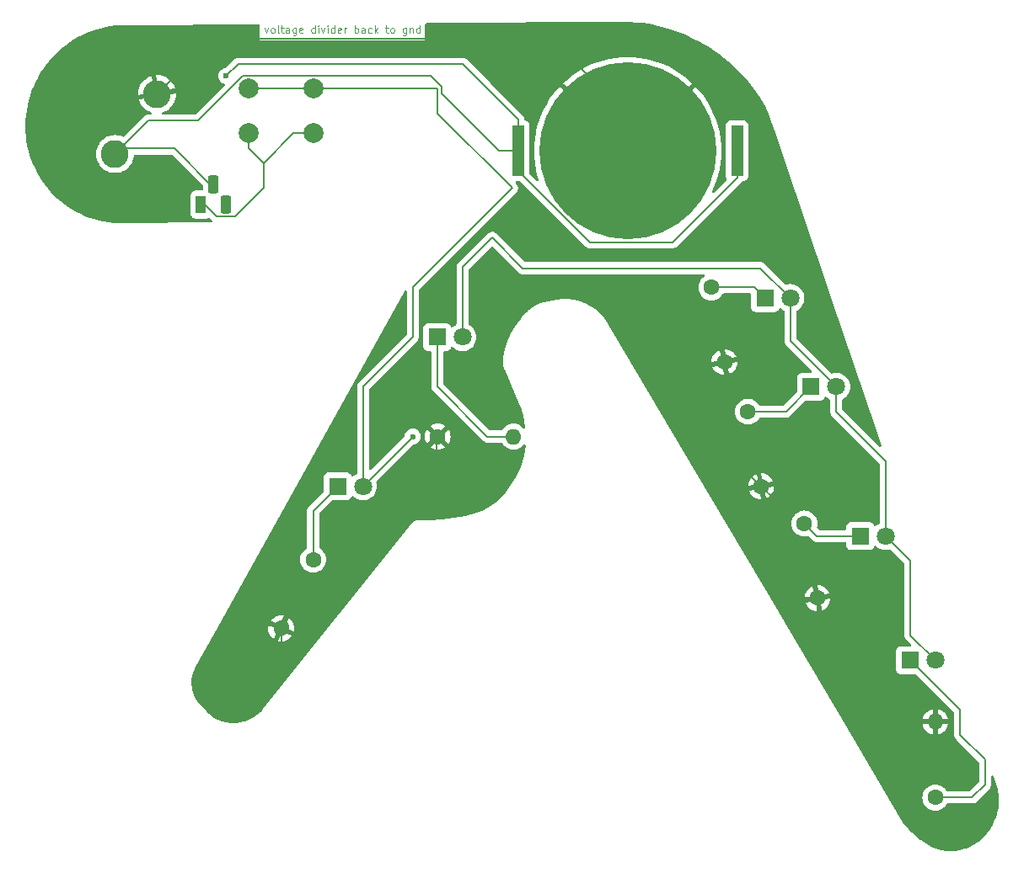
<source format=gbr>
%TF.GenerationSoftware,KiCad,Pcbnew,8.0.6*%
%TF.CreationDate,2025-04-24T23:00:42-04:00*%
%TF.ProjectId,hcsolder,6863736f-6c64-4657-922e-6b696361645f,rev?*%
%TF.SameCoordinates,Original*%
%TF.FileFunction,Copper,L1,Top*%
%TF.FilePolarity,Positive*%
%FSLAX46Y46*%
G04 Gerber Fmt 4.6, Leading zero omitted, Abs format (unit mm)*
G04 Created by KiCad (PCBNEW 8.0.6) date 2025-04-24 23:00:42*
%MOMM*%
%LPD*%
G01*
G04 APERTURE LIST*
G04 Aperture macros list*
%AMRoundRect*
0 Rectangle with rounded corners*
0 $1 Rounding radius*
0 $2 $3 $4 $5 $6 $7 $8 $9 X,Y pos of 4 corners*
0 Add a 4 corners polygon primitive as box body*
4,1,4,$2,$3,$4,$5,$6,$7,$8,$9,$2,$3,0*
0 Add four circle primitives for the rounded corners*
1,1,$1+$1,$2,$3*
1,1,$1+$1,$4,$5*
1,1,$1+$1,$6,$7*
1,1,$1+$1,$8,$9*
0 Add four rect primitives between the rounded corners*
20,1,$1+$1,$2,$3,$4,$5,0*
20,1,$1+$1,$4,$5,$6,$7,0*
20,1,$1+$1,$6,$7,$8,$9,0*
20,1,$1+$1,$8,$9,$2,$3,0*%
%AMHorizOval*
0 Thick line with rounded ends*
0 $1 width*
0 $2 $3 position (X,Y) of the first rounded end (center of the circle)*
0 $4 $5 position (X,Y) of the second rounded end (center of the circle)*
0 Add line between two ends*
20,1,$1,$2,$3,$4,$5,0*
0 Add two circle primitives to create the rounded ends*
1,1,$1,$2,$3*
1,1,$1,$4,$5*%
G04 Aperture macros list end*
%ADD10C,0.050000*%
%TA.AperFunction,NonConductor*%
%ADD11C,0.050000*%
%TD*%
%TA.AperFunction,ComponentPad*%
%ADD12C,1.600000*%
%TD*%
%TA.AperFunction,ComponentPad*%
%ADD13HorizOval,1.600000X0.000000X0.000000X0.000000X0.000000X0*%
%TD*%
%TA.AperFunction,ComponentPad*%
%ADD14C,2.000000*%
%TD*%
%TA.AperFunction,ComponentPad*%
%ADD15O,1.600000X1.600000*%
%TD*%
%TA.AperFunction,ComponentPad*%
%ADD16R,1.800000X1.800000*%
%TD*%
%TA.AperFunction,ComponentPad*%
%ADD17C,1.800000*%
%TD*%
%TA.AperFunction,ComponentPad*%
%ADD18R,1.100000X1.800000*%
%TD*%
%TA.AperFunction,ComponentPad*%
%ADD19RoundRect,0.275000X-0.275000X-0.625000X0.275000X-0.625000X0.275000X0.625000X-0.275000X0.625000X0*%
%TD*%
%TA.AperFunction,SMDPad,CuDef*%
%ADD20C,17.800000*%
%TD*%
%TA.AperFunction,SMDPad,CuDef*%
%ADD21R,1.270000X5.080000*%
%TD*%
%TA.AperFunction,ComponentPad*%
%ADD22C,2.800000*%
%TD*%
%TA.AperFunction,ComponentPad*%
%ADD23HorizOval,1.600000X0.000000X0.000000X0.000000X0.000000X0*%
%TD*%
%TA.AperFunction,ViaPad*%
%ADD24C,5.500000*%
%TD*%
%TA.AperFunction,ViaPad*%
%ADD25C,0.600000*%
%TD*%
%TA.AperFunction,Conductor*%
%ADD26C,0.200000*%
%TD*%
G04 APERTURE END LIST*
D10*
D11*
X115140036Y-68905614D02*
X115318608Y-69405614D01*
X115318608Y-69405614D02*
X115497179Y-68905614D01*
X115890037Y-69405614D02*
X115818608Y-69369900D01*
X115818608Y-69369900D02*
X115782894Y-69334185D01*
X115782894Y-69334185D02*
X115747180Y-69262757D01*
X115747180Y-69262757D02*
X115747180Y-69048471D01*
X115747180Y-69048471D02*
X115782894Y-68977042D01*
X115782894Y-68977042D02*
X115818608Y-68941328D01*
X115818608Y-68941328D02*
X115890037Y-68905614D01*
X115890037Y-68905614D02*
X115997180Y-68905614D01*
X115997180Y-68905614D02*
X116068608Y-68941328D01*
X116068608Y-68941328D02*
X116104323Y-68977042D01*
X116104323Y-68977042D02*
X116140037Y-69048471D01*
X116140037Y-69048471D02*
X116140037Y-69262757D01*
X116140037Y-69262757D02*
X116104323Y-69334185D01*
X116104323Y-69334185D02*
X116068608Y-69369900D01*
X116068608Y-69369900D02*
X115997180Y-69405614D01*
X115997180Y-69405614D02*
X115890037Y-69405614D01*
X116568608Y-69405614D02*
X116497179Y-69369900D01*
X116497179Y-69369900D02*
X116461465Y-69298471D01*
X116461465Y-69298471D02*
X116461465Y-68655614D01*
X116747179Y-68905614D02*
X117032893Y-68905614D01*
X116854322Y-68655614D02*
X116854322Y-69298471D01*
X116854322Y-69298471D02*
X116890036Y-69369900D01*
X116890036Y-69369900D02*
X116961465Y-69405614D01*
X116961465Y-69405614D02*
X117032893Y-69405614D01*
X117604322Y-69405614D02*
X117604322Y-69012757D01*
X117604322Y-69012757D02*
X117568607Y-68941328D01*
X117568607Y-68941328D02*
X117497179Y-68905614D01*
X117497179Y-68905614D02*
X117354322Y-68905614D01*
X117354322Y-68905614D02*
X117282893Y-68941328D01*
X117604322Y-69369900D02*
X117532893Y-69405614D01*
X117532893Y-69405614D02*
X117354322Y-69405614D01*
X117354322Y-69405614D02*
X117282893Y-69369900D01*
X117282893Y-69369900D02*
X117247179Y-69298471D01*
X117247179Y-69298471D02*
X117247179Y-69227042D01*
X117247179Y-69227042D02*
X117282893Y-69155614D01*
X117282893Y-69155614D02*
X117354322Y-69119900D01*
X117354322Y-69119900D02*
X117532893Y-69119900D01*
X117532893Y-69119900D02*
X117604322Y-69084185D01*
X118282893Y-68905614D02*
X118282893Y-69512757D01*
X118282893Y-69512757D02*
X118247178Y-69584185D01*
X118247178Y-69584185D02*
X118211464Y-69619900D01*
X118211464Y-69619900D02*
X118140035Y-69655614D01*
X118140035Y-69655614D02*
X118032893Y-69655614D01*
X118032893Y-69655614D02*
X117961464Y-69619900D01*
X118282893Y-69369900D02*
X118211464Y-69405614D01*
X118211464Y-69405614D02*
X118068607Y-69405614D01*
X118068607Y-69405614D02*
X117997178Y-69369900D01*
X117997178Y-69369900D02*
X117961464Y-69334185D01*
X117961464Y-69334185D02*
X117925750Y-69262757D01*
X117925750Y-69262757D02*
X117925750Y-69048471D01*
X117925750Y-69048471D02*
X117961464Y-68977042D01*
X117961464Y-68977042D02*
X117997178Y-68941328D01*
X117997178Y-68941328D02*
X118068607Y-68905614D01*
X118068607Y-68905614D02*
X118211464Y-68905614D01*
X118211464Y-68905614D02*
X118282893Y-68941328D01*
X118925749Y-69369900D02*
X118854321Y-69405614D01*
X118854321Y-69405614D02*
X118711464Y-69405614D01*
X118711464Y-69405614D02*
X118640035Y-69369900D01*
X118640035Y-69369900D02*
X118604321Y-69298471D01*
X118604321Y-69298471D02*
X118604321Y-69012757D01*
X118604321Y-69012757D02*
X118640035Y-68941328D01*
X118640035Y-68941328D02*
X118711464Y-68905614D01*
X118711464Y-68905614D02*
X118854321Y-68905614D01*
X118854321Y-68905614D02*
X118925749Y-68941328D01*
X118925749Y-68941328D02*
X118961464Y-69012757D01*
X118961464Y-69012757D02*
X118961464Y-69084185D01*
X118961464Y-69084185D02*
X118604321Y-69155614D01*
X120175750Y-69405614D02*
X120175750Y-68655614D01*
X120175750Y-69369900D02*
X120104321Y-69405614D01*
X120104321Y-69405614D02*
X119961464Y-69405614D01*
X119961464Y-69405614D02*
X119890035Y-69369900D01*
X119890035Y-69369900D02*
X119854321Y-69334185D01*
X119854321Y-69334185D02*
X119818607Y-69262757D01*
X119818607Y-69262757D02*
X119818607Y-69048471D01*
X119818607Y-69048471D02*
X119854321Y-68977042D01*
X119854321Y-68977042D02*
X119890035Y-68941328D01*
X119890035Y-68941328D02*
X119961464Y-68905614D01*
X119961464Y-68905614D02*
X120104321Y-68905614D01*
X120104321Y-68905614D02*
X120175750Y-68941328D01*
X120532892Y-69405614D02*
X120532892Y-68905614D01*
X120532892Y-68655614D02*
X120497178Y-68691328D01*
X120497178Y-68691328D02*
X120532892Y-68727042D01*
X120532892Y-68727042D02*
X120568606Y-68691328D01*
X120568606Y-68691328D02*
X120532892Y-68655614D01*
X120532892Y-68655614D02*
X120532892Y-68727042D01*
X120818606Y-68905614D02*
X120997178Y-69405614D01*
X120997178Y-69405614D02*
X121175749Y-68905614D01*
X121461464Y-69405614D02*
X121461464Y-68905614D01*
X121461464Y-68655614D02*
X121425750Y-68691328D01*
X121425750Y-68691328D02*
X121461464Y-68727042D01*
X121461464Y-68727042D02*
X121497178Y-68691328D01*
X121497178Y-68691328D02*
X121461464Y-68655614D01*
X121461464Y-68655614D02*
X121461464Y-68727042D01*
X122140036Y-69405614D02*
X122140036Y-68655614D01*
X122140036Y-69369900D02*
X122068607Y-69405614D01*
X122068607Y-69405614D02*
X121925750Y-69405614D01*
X121925750Y-69405614D02*
X121854321Y-69369900D01*
X121854321Y-69369900D02*
X121818607Y-69334185D01*
X121818607Y-69334185D02*
X121782893Y-69262757D01*
X121782893Y-69262757D02*
X121782893Y-69048471D01*
X121782893Y-69048471D02*
X121818607Y-68977042D01*
X121818607Y-68977042D02*
X121854321Y-68941328D01*
X121854321Y-68941328D02*
X121925750Y-68905614D01*
X121925750Y-68905614D02*
X122068607Y-68905614D01*
X122068607Y-68905614D02*
X122140036Y-68941328D01*
X122782892Y-69369900D02*
X122711464Y-69405614D01*
X122711464Y-69405614D02*
X122568607Y-69405614D01*
X122568607Y-69405614D02*
X122497178Y-69369900D01*
X122497178Y-69369900D02*
X122461464Y-69298471D01*
X122461464Y-69298471D02*
X122461464Y-69012757D01*
X122461464Y-69012757D02*
X122497178Y-68941328D01*
X122497178Y-68941328D02*
X122568607Y-68905614D01*
X122568607Y-68905614D02*
X122711464Y-68905614D01*
X122711464Y-68905614D02*
X122782892Y-68941328D01*
X122782892Y-68941328D02*
X122818607Y-69012757D01*
X122818607Y-69012757D02*
X122818607Y-69084185D01*
X122818607Y-69084185D02*
X122461464Y-69155614D01*
X123140035Y-69405614D02*
X123140035Y-68905614D01*
X123140035Y-69048471D02*
X123175749Y-68977042D01*
X123175749Y-68977042D02*
X123211464Y-68941328D01*
X123211464Y-68941328D02*
X123282892Y-68905614D01*
X123282892Y-68905614D02*
X123354321Y-68905614D01*
X124175750Y-69405614D02*
X124175750Y-68655614D01*
X124175750Y-68941328D02*
X124247179Y-68905614D01*
X124247179Y-68905614D02*
X124390036Y-68905614D01*
X124390036Y-68905614D02*
X124461464Y-68941328D01*
X124461464Y-68941328D02*
X124497179Y-68977042D01*
X124497179Y-68977042D02*
X124532893Y-69048471D01*
X124532893Y-69048471D02*
X124532893Y-69262757D01*
X124532893Y-69262757D02*
X124497179Y-69334185D01*
X124497179Y-69334185D02*
X124461464Y-69369900D01*
X124461464Y-69369900D02*
X124390036Y-69405614D01*
X124390036Y-69405614D02*
X124247179Y-69405614D01*
X124247179Y-69405614D02*
X124175750Y-69369900D01*
X125175750Y-69405614D02*
X125175750Y-69012757D01*
X125175750Y-69012757D02*
X125140035Y-68941328D01*
X125140035Y-68941328D02*
X125068607Y-68905614D01*
X125068607Y-68905614D02*
X124925750Y-68905614D01*
X124925750Y-68905614D02*
X124854321Y-68941328D01*
X125175750Y-69369900D02*
X125104321Y-69405614D01*
X125104321Y-69405614D02*
X124925750Y-69405614D01*
X124925750Y-69405614D02*
X124854321Y-69369900D01*
X124854321Y-69369900D02*
X124818607Y-69298471D01*
X124818607Y-69298471D02*
X124818607Y-69227042D01*
X124818607Y-69227042D02*
X124854321Y-69155614D01*
X124854321Y-69155614D02*
X124925750Y-69119900D01*
X124925750Y-69119900D02*
X125104321Y-69119900D01*
X125104321Y-69119900D02*
X125175750Y-69084185D01*
X125854321Y-69369900D02*
X125782892Y-69405614D01*
X125782892Y-69405614D02*
X125640035Y-69405614D01*
X125640035Y-69405614D02*
X125568606Y-69369900D01*
X125568606Y-69369900D02*
X125532892Y-69334185D01*
X125532892Y-69334185D02*
X125497178Y-69262757D01*
X125497178Y-69262757D02*
X125497178Y-69048471D01*
X125497178Y-69048471D02*
X125532892Y-68977042D01*
X125532892Y-68977042D02*
X125568606Y-68941328D01*
X125568606Y-68941328D02*
X125640035Y-68905614D01*
X125640035Y-68905614D02*
X125782892Y-68905614D01*
X125782892Y-68905614D02*
X125854321Y-68941328D01*
X126175749Y-69405614D02*
X126175749Y-68655614D01*
X126247178Y-69119900D02*
X126461463Y-69405614D01*
X126461463Y-68905614D02*
X126175749Y-69191328D01*
X127247178Y-68905614D02*
X127532892Y-68905614D01*
X127354321Y-68655614D02*
X127354321Y-69298471D01*
X127354321Y-69298471D02*
X127390035Y-69369900D01*
X127390035Y-69369900D02*
X127461464Y-69405614D01*
X127461464Y-69405614D02*
X127532892Y-69405614D01*
X127890035Y-69405614D02*
X127818606Y-69369900D01*
X127818606Y-69369900D02*
X127782892Y-69334185D01*
X127782892Y-69334185D02*
X127747178Y-69262757D01*
X127747178Y-69262757D02*
X127747178Y-69048471D01*
X127747178Y-69048471D02*
X127782892Y-68977042D01*
X127782892Y-68977042D02*
X127818606Y-68941328D01*
X127818606Y-68941328D02*
X127890035Y-68905614D01*
X127890035Y-68905614D02*
X127997178Y-68905614D01*
X127997178Y-68905614D02*
X128068606Y-68941328D01*
X128068606Y-68941328D02*
X128104321Y-68977042D01*
X128104321Y-68977042D02*
X128140035Y-69048471D01*
X128140035Y-69048471D02*
X128140035Y-69262757D01*
X128140035Y-69262757D02*
X128104321Y-69334185D01*
X128104321Y-69334185D02*
X128068606Y-69369900D01*
X128068606Y-69369900D02*
X127997178Y-69405614D01*
X127997178Y-69405614D02*
X127890035Y-69405614D01*
X129354321Y-68905614D02*
X129354321Y-69512757D01*
X129354321Y-69512757D02*
X129318606Y-69584185D01*
X129318606Y-69584185D02*
X129282892Y-69619900D01*
X129282892Y-69619900D02*
X129211463Y-69655614D01*
X129211463Y-69655614D02*
X129104321Y-69655614D01*
X129104321Y-69655614D02*
X129032892Y-69619900D01*
X129354321Y-69369900D02*
X129282892Y-69405614D01*
X129282892Y-69405614D02*
X129140035Y-69405614D01*
X129140035Y-69405614D02*
X129068606Y-69369900D01*
X129068606Y-69369900D02*
X129032892Y-69334185D01*
X129032892Y-69334185D02*
X128997178Y-69262757D01*
X128997178Y-69262757D02*
X128997178Y-69048471D01*
X128997178Y-69048471D02*
X129032892Y-68977042D01*
X129032892Y-68977042D02*
X129068606Y-68941328D01*
X129068606Y-68941328D02*
X129140035Y-68905614D01*
X129140035Y-68905614D02*
X129282892Y-68905614D01*
X129282892Y-68905614D02*
X129354321Y-68941328D01*
X129711463Y-68905614D02*
X129711463Y-69405614D01*
X129711463Y-68977042D02*
X129747177Y-68941328D01*
X129747177Y-68941328D02*
X129818606Y-68905614D01*
X129818606Y-68905614D02*
X129925749Y-68905614D01*
X129925749Y-68905614D02*
X129997177Y-68941328D01*
X129997177Y-68941328D02*
X130032892Y-69012757D01*
X130032892Y-69012757D02*
X130032892Y-69405614D01*
X130711463Y-69405614D02*
X130711463Y-68655614D01*
X130711463Y-69369900D02*
X130640034Y-69405614D01*
X130640034Y-69405614D02*
X130497177Y-69405614D01*
X130497177Y-69405614D02*
X130425748Y-69369900D01*
X130425748Y-69369900D02*
X130390034Y-69334185D01*
X130390034Y-69334185D02*
X130354320Y-69262757D01*
X130354320Y-69262757D02*
X130354320Y-69048471D01*
X130354320Y-69048471D02*
X130390034Y-68977042D01*
X130390034Y-68977042D02*
X130425748Y-68941328D01*
X130425748Y-68941328D02*
X130497177Y-68905614D01*
X130497177Y-68905614D02*
X130640034Y-68905614D01*
X130640034Y-68905614D02*
X130711463Y-68941328D01*
D12*
%TO.P,R4,1*%
%TO.N,Net-(D4-K)*%
X163676801Y-107495765D03*
D13*
%TO.P,R4,2*%
%TO.N,GND*%
X165000000Y-115000000D03*
%TD*%
D14*
%TO.P,SW1,1,1*%
%TO.N,Net-(D1-A)*%
X113500000Y-75000000D03*
X120000000Y-75000000D03*
%TO.P,SW1,2,2*%
%TO.N,Net-(Q1-C)*%
X113500000Y-79500000D03*
X120000000Y-79500000D03*
%TD*%
D12*
%TO.P,R1,1*%
%TO.N,GND*%
X132500000Y-110000000D03*
D15*
%TO.P,R1,2*%
%TO.N,Net-(D1-K)*%
X140120000Y-110000000D03*
%TD*%
D12*
%TO.P,R5,1*%
%TO.N,Net-(D5-K)*%
X169338401Y-118747883D03*
D13*
%TO.P,R5,2*%
%TO.N,GND*%
X170661600Y-126252118D03*
%TD*%
D16*
%TO.P,D4,1,K*%
%TO.N,Net-(D4-K)*%
X170000000Y-105000000D03*
D17*
%TO.P,D4,2,A*%
%TO.N,Net-(D1-A)*%
X172540000Y-105000000D03*
%TD*%
D18*
%TO.P,Q1,1,C*%
%TO.N,Net-(Q1-C)*%
X108730000Y-86670000D03*
D19*
%TO.P,Q1,2,B*%
%TO.N,Net-(BT1-+)*%
X110000000Y-84600000D03*
%TO.P,Q1,3,E*%
X111270000Y-86670000D03*
%TD*%
D12*
%TO.P,R6,1*%
%TO.N,Net-(D6-K)*%
X182500000Y-146310000D03*
D15*
%TO.P,R6,2*%
%TO.N,GND*%
X182500000Y-138690000D03*
%TD*%
D17*
%TO.P,D2,2,A*%
%TO.N,Net-(D1-A)*%
X125000000Y-115000000D03*
D16*
%TO.P,D2,1,K*%
%TO.N,Net-(D2-K)*%
X122460000Y-115000000D03*
%TD*%
D20*
%TO.P,BT1,2,-*%
%TO.N,GND*%
X151595000Y-81260000D03*
D21*
%TO.P,BT1,1,+*%
%TO.N,Net-(BT1-+)*%
X162580000Y-81260000D03*
X140610000Y-81260000D03*
%TD*%
D12*
%TO.P,R3,1*%
%TO.N,Net-(D3-K)*%
X160000000Y-95000000D03*
D13*
%TO.P,R3,2*%
%TO.N,GND*%
X161323199Y-102504235D03*
%TD*%
D16*
%TO.P,D5,1,K*%
%TO.N,Net-(D5-K)*%
X174960000Y-120000000D03*
D17*
%TO.P,D5,2,A*%
%TO.N,Net-(D1-A)*%
X177500000Y-120000000D03*
%TD*%
%TO.P,D3,2,A*%
%TO.N,Net-(D1-A)*%
X167940000Y-96070000D03*
D16*
%TO.P,D3,1,K*%
%TO.N,Net-(D3-K)*%
X165400000Y-96070000D03*
%TD*%
%TO.P,D6,1,K*%
%TO.N,Net-(D6-K)*%
X179960000Y-132500000D03*
D17*
%TO.P,D6,2,A*%
%TO.N,Net-(D1-A)*%
X182500000Y-132500000D03*
%TD*%
D22*
%TO.P,R7,1*%
%TO.N,GND*%
X104320000Y-75550000D03*
%TO.P,R7,2*%
%TO.N,Net-(BT1-+)*%
X100092740Y-81587149D03*
%TD*%
D12*
%TO.P,R2,1*%
%TO.N,Net-(D2-K)*%
X120000000Y-122380000D03*
D23*
%TO.P,R2,2*%
%TO.N,GND*%
X116779649Y-129286065D03*
%TD*%
D16*
%TO.P,D1,1,K*%
%TO.N,Net-(D1-K)*%
X132460000Y-100000000D03*
D17*
%TO.P,D1,2,A*%
%TO.N,Net-(D1-A)*%
X135000000Y-100000000D03*
%TD*%
D24*
%TO.N,GND*%
X112500000Y-135000000D03*
D25*
X151595000Y-81260000D03*
%TO.N,Net-(BT1-+)*%
X111270000Y-73730000D03*
%TO.N,Net-(D1-A)*%
X130000000Y-110000000D03*
%TD*%
D26*
%TO.N,Net-(BT1-+)*%
X162580000Y-81260000D02*
X162580000Y-84000000D01*
X162580000Y-84000000D02*
X156120000Y-90460000D01*
X147784235Y-90460000D02*
X140610000Y-83285765D01*
X156120000Y-90460000D02*
X147784235Y-90460000D01*
X140610000Y-83285765D02*
X140610000Y-81260000D01*
%TO.N,GND*%
X151595000Y-81260000D02*
X149120000Y-81260000D01*
X149120000Y-81260000D02*
X148960000Y-81100000D01*
%TO.N,Net-(D1-A)*%
X140000000Y-85000000D02*
X132500000Y-77500000D01*
X132500000Y-77500000D02*
X132500000Y-75000000D01*
X164940000Y-93070000D02*
X141046018Y-93070000D01*
X141046018Y-93070000D02*
X137976018Y-90000000D01*
%TO.N,GND*%
X165000000Y-115000000D02*
X166330000Y-116330000D01*
X166330000Y-118800000D02*
X167600000Y-120070000D01*
X167600000Y-120070000D02*
X167600000Y-125060000D01*
X168747882Y-126252118D02*
X170661600Y-126252118D01*
X167600000Y-125060000D02*
X168770000Y-126230000D01*
X166330000Y-116330000D02*
X166330000Y-118800000D01*
X168770000Y-126230000D02*
X168747882Y-126252118D01*
%TO.N,Net-(D1-A)*%
X167940000Y-96070000D02*
X167940000Y-100400000D01*
X167940000Y-100400000D02*
X172540000Y-105000000D01*
X164940000Y-93070000D02*
X167940000Y-96070000D01*
%TO.N,GND*%
X143940000Y-70000000D02*
X109870000Y-70000000D01*
X143940000Y-70000000D02*
X151595000Y-77655000D01*
X151595000Y-77655000D02*
X151595000Y-81260000D01*
X109870000Y-70000000D02*
X104320000Y-75550000D01*
%TO.N,Net-(D1-A)*%
X125000000Y-105000000D02*
X130000000Y-100000000D01*
X130000000Y-100000000D02*
X130000000Y-95000000D01*
X130000000Y-95000000D02*
X140000000Y-85000000D01*
X125000000Y-115000000D02*
X125000000Y-105000000D01*
X132500000Y-75000000D02*
X120000000Y-75000000D01*
%TO.N,Net-(D1-K)*%
X132460000Y-104960000D02*
X137500000Y-110000000D01*
X137500000Y-110000000D02*
X140120000Y-110000000D01*
%TO.N,Net-(Q1-C)*%
X108730000Y-86270000D02*
X110330000Y-87870000D01*
X112130000Y-87870000D02*
X115000000Y-85000000D01*
X110330000Y-87870000D02*
X112130000Y-87870000D01*
%TO.N,Net-(BT1-+)*%
X100772740Y-81037149D02*
X106037149Y-81037149D01*
X106037149Y-81037149D02*
X110000000Y-85000000D01*
%TO.N,Net-(D1-A)*%
X125000000Y-115000000D02*
X130000000Y-110000000D01*
%TO.N,GND*%
X120000000Y-127500000D02*
X120000000Y-130000000D01*
X116779649Y-131779649D02*
X116779649Y-129286065D01*
X161323199Y-102504235D02*
X161323199Y-111323199D01*
X170661600Y-133161600D02*
X175000000Y-137500000D01*
X175000000Y-137500000D02*
X177500000Y-137500000D01*
X132380000Y-110000000D02*
X132380000Y-115120000D01*
X170661600Y-126252118D02*
X170661600Y-133161600D01*
X120000000Y-130000000D02*
X117500000Y-132500000D01*
X177500000Y-137500000D02*
X178690000Y-138690000D01*
X178690000Y-138690000D02*
X182500000Y-138690000D01*
X132380000Y-115120000D02*
X120000000Y-127500000D01*
X161323199Y-111323199D02*
X165000000Y-115000000D01*
X117500000Y-132500000D02*
X116779649Y-131779649D01*
%TO.N,Net-(D1-K)*%
X132460000Y-100000000D02*
X132460000Y-104960000D01*
%TO.N,Net-(D1-A)*%
X113500000Y-75000000D02*
X120000000Y-75000000D01*
X172540000Y-107540000D02*
X177500000Y-112500000D01*
X172540000Y-105000000D02*
X172540000Y-107540000D01*
X180000000Y-122500000D02*
X177500000Y-120000000D01*
X182500000Y-132500000D02*
X180000000Y-130000000D01*
X177500000Y-112500000D02*
X177500000Y-120000000D01*
X180000000Y-130000000D02*
X180000000Y-122500000D01*
%TO.N,Net-(D2-K)*%
X120000000Y-117460000D02*
X122460000Y-115000000D01*
X120000000Y-122380000D02*
X120000000Y-117460000D01*
%TO.N,Net-(D4-K)*%
X167504235Y-107495765D02*
X170000000Y-105000000D01*
X163676801Y-107495765D02*
X167504235Y-107495765D01*
%TO.N,Net-(D5-K)*%
X174960000Y-120000000D02*
X170590518Y-120000000D01*
X170590518Y-120000000D02*
X169338401Y-118747883D01*
%TO.N,Net-(D6-K)*%
X187500000Y-142500000D02*
X185000000Y-140000000D01*
X185000000Y-137500000D02*
X180000000Y-132500000D01*
X186190000Y-146310000D02*
X187500000Y-145000000D01*
X187500000Y-145000000D02*
X187500000Y-142500000D01*
X185000000Y-140000000D02*
X185000000Y-137500000D01*
X182500000Y-146310000D02*
X186190000Y-146310000D01*
X180000000Y-132500000D02*
X179960000Y-132500000D01*
%TO.N,Net-(Q1-C)*%
X115000000Y-82500000D02*
X113500000Y-81000000D01*
X115000000Y-85000000D02*
X115000000Y-82500000D01*
X115000000Y-82500000D02*
X118000000Y-79500000D01*
X118000000Y-79500000D02*
X120000000Y-79500000D01*
X113500000Y-81000000D02*
X113500000Y-79500000D01*
%TO.N,Net-(D1-A)*%
X135000000Y-92976018D02*
X137976018Y-90000000D01*
X135000000Y-100000000D02*
X135000000Y-92976018D01*
%TO.N,Net-(D3-K)*%
X164330000Y-95000000D02*
X165400000Y-96070000D01*
X160000000Y-95000000D02*
X164330000Y-95000000D01*
%TO.N,GND*%
X143030000Y-82025765D02*
X150204235Y-89200000D01*
%TO.N,Net-(BT1-+)*%
X103479889Y-78200000D02*
X108461522Y-78200000D01*
X138640000Y-81260000D02*
X140610000Y-81260000D01*
X132900000Y-75520000D02*
X138640000Y-81260000D01*
X132900000Y-74834315D02*
X132900000Y-75520000D01*
X131765685Y-73700000D02*
X132900000Y-74834315D01*
X112961522Y-73700000D02*
X131765685Y-73700000D01*
X100092740Y-81587149D02*
X103479889Y-78200000D01*
X108461522Y-78200000D02*
X112961522Y-73700000D01*
X140610000Y-78110000D02*
X140610000Y-81260000D01*
X135000000Y-72500000D02*
X140610000Y-78110000D01*
X112500000Y-72500000D02*
X135000000Y-72500000D01*
X111270000Y-73730000D02*
X112500000Y-72500000D01*
%TD*%
%TA.AperFunction,Conductor*%
%TO.N,GND*%
G36*
X138019351Y-90908415D02*
G01*
X138063698Y-90936916D01*
X140677302Y-93550520D01*
X140677304Y-93550521D01*
X140677308Y-93550524D01*
X140814227Y-93629573D01*
X140814234Y-93629577D01*
X140966961Y-93670501D01*
X140966963Y-93670501D01*
X141132672Y-93670501D01*
X141132688Y-93670500D01*
X159238093Y-93670500D01*
X159305132Y-93690185D01*
X159350887Y-93742989D01*
X159360831Y-93812147D01*
X159331806Y-93875703D01*
X159309216Y-93896075D01*
X159160858Y-93999954D01*
X158999954Y-94160858D01*
X158869432Y-94347265D01*
X158869431Y-94347267D01*
X158773261Y-94553502D01*
X158773258Y-94553511D01*
X158714366Y-94773302D01*
X158714364Y-94773313D01*
X158694532Y-94999998D01*
X158694532Y-95000001D01*
X158714364Y-95226686D01*
X158714366Y-95226697D01*
X158773258Y-95446488D01*
X158773261Y-95446497D01*
X158869431Y-95652732D01*
X158869432Y-95652734D01*
X158999954Y-95839141D01*
X159160858Y-96000045D01*
X159160861Y-96000047D01*
X159347266Y-96130568D01*
X159553504Y-96226739D01*
X159553509Y-96226740D01*
X159553511Y-96226741D01*
X159572011Y-96231698D01*
X159773308Y-96285635D01*
X159935230Y-96299801D01*
X159999998Y-96305468D01*
X160000000Y-96305468D01*
X160000002Y-96305468D01*
X160056673Y-96300509D01*
X160226692Y-96285635D01*
X160446496Y-96226739D01*
X160652734Y-96130568D01*
X160839139Y-96000047D01*
X161000047Y-95839139D01*
X161130118Y-95653375D01*
X161184693Y-95609752D01*
X161231692Y-95600500D01*
X163875500Y-95600500D01*
X163942539Y-95620185D01*
X163988294Y-95672989D01*
X163999500Y-95724500D01*
X163999500Y-97017870D01*
X163999501Y-97017876D01*
X164005908Y-97077483D01*
X164056202Y-97212328D01*
X164056206Y-97212335D01*
X164142452Y-97327544D01*
X164142455Y-97327547D01*
X164257664Y-97413793D01*
X164257671Y-97413797D01*
X164392517Y-97464091D01*
X164392516Y-97464091D01*
X164399444Y-97464835D01*
X164452127Y-97470500D01*
X166347872Y-97470499D01*
X166407483Y-97464091D01*
X166542331Y-97413796D01*
X166657546Y-97327546D01*
X166743796Y-97212331D01*
X166755430Y-97181139D01*
X166772455Y-97135493D01*
X166814326Y-97079559D01*
X166879790Y-97055141D01*
X166948063Y-97069992D01*
X166979866Y-97094843D01*
X166983870Y-97099192D01*
X166988215Y-97103912D01*
X166988222Y-97103918D01*
X167171365Y-97246464D01*
X167171372Y-97246468D01*
X167171374Y-97246470D01*
X167217694Y-97271537D01*
X167274517Y-97302288D01*
X167324108Y-97351507D01*
X167339500Y-97411343D01*
X167339500Y-100313330D01*
X167339499Y-100313348D01*
X167339499Y-100479054D01*
X167339498Y-100479054D01*
X167339499Y-100479057D01*
X167380423Y-100631785D01*
X167409260Y-100681732D01*
X167409260Y-100681733D01*
X167459475Y-100768709D01*
X167459481Y-100768717D01*
X167578349Y-100887585D01*
X167578355Y-100887590D01*
X170078584Y-103387819D01*
X170112069Y-103449142D01*
X170107085Y-103518834D01*
X170065213Y-103574767D01*
X169999749Y-103599184D01*
X169990903Y-103599500D01*
X169052129Y-103599500D01*
X169052123Y-103599501D01*
X168992516Y-103605908D01*
X168857671Y-103656202D01*
X168857664Y-103656206D01*
X168742455Y-103742452D01*
X168742452Y-103742455D01*
X168656206Y-103857664D01*
X168656202Y-103857671D01*
X168605908Y-103992517D01*
X168599501Y-104052116D01*
X168599500Y-104052135D01*
X168599500Y-105499901D01*
X168579815Y-105566940D01*
X168563181Y-105587582D01*
X167291819Y-106858946D01*
X167230496Y-106892431D01*
X167204138Y-106895265D01*
X164908493Y-106895265D01*
X164841454Y-106875580D01*
X164806920Y-106842390D01*
X164676848Y-106656626D01*
X164676846Y-106656623D01*
X164515942Y-106495719D01*
X164329535Y-106365197D01*
X164329533Y-106365196D01*
X164123298Y-106269026D01*
X164123289Y-106269023D01*
X163903498Y-106210131D01*
X163903494Y-106210130D01*
X163903493Y-106210130D01*
X163903492Y-106210129D01*
X163903487Y-106210129D01*
X163676803Y-106190297D01*
X163676799Y-106190297D01*
X163450114Y-106210129D01*
X163450103Y-106210131D01*
X163230312Y-106269023D01*
X163230303Y-106269026D01*
X163024068Y-106365196D01*
X163024066Y-106365197D01*
X162837659Y-106495719D01*
X162676755Y-106656623D01*
X162546233Y-106843030D01*
X162546232Y-106843032D01*
X162450062Y-107049267D01*
X162450059Y-107049276D01*
X162391167Y-107269067D01*
X162391165Y-107269078D01*
X162371333Y-107495763D01*
X162371333Y-107495766D01*
X162391165Y-107722451D01*
X162391167Y-107722462D01*
X162450059Y-107942253D01*
X162450062Y-107942262D01*
X162546232Y-108148497D01*
X162546233Y-108148499D01*
X162676755Y-108334906D01*
X162837659Y-108495810D01*
X162837662Y-108495812D01*
X163024067Y-108626333D01*
X163230305Y-108722504D01*
X163450109Y-108781400D01*
X163612031Y-108795566D01*
X163676799Y-108801233D01*
X163676801Y-108801233D01*
X163676803Y-108801233D01*
X163733474Y-108796274D01*
X163903493Y-108781400D01*
X164123297Y-108722504D01*
X164329535Y-108626333D01*
X164515940Y-108495812D01*
X164676848Y-108334904D01*
X164806919Y-108149140D01*
X164861494Y-108105517D01*
X164908493Y-108096265D01*
X167417566Y-108096265D01*
X167417582Y-108096266D01*
X167425178Y-108096266D01*
X167583289Y-108096266D01*
X167583292Y-108096266D01*
X167736020Y-108055342D01*
X167799210Y-108018859D01*
X167872951Y-107976285D01*
X167984755Y-107864481D01*
X167984755Y-107864479D01*
X167994959Y-107854276D01*
X167994963Y-107854271D01*
X169412416Y-106436818D01*
X169473739Y-106403333D01*
X169500097Y-106400499D01*
X170947871Y-106400499D01*
X170947872Y-106400499D01*
X171007483Y-106394091D01*
X171142331Y-106343796D01*
X171257546Y-106257546D01*
X171343796Y-106142331D01*
X171372455Y-106065493D01*
X171414326Y-106009559D01*
X171479790Y-105985141D01*
X171548063Y-105999992D01*
X171579866Y-106024843D01*
X171587302Y-106032920D01*
X171588215Y-106033912D01*
X171588222Y-106033918D01*
X171771365Y-106176464D01*
X171771372Y-106176468D01*
X171771374Y-106176470D01*
X171833574Y-106210131D01*
X171874517Y-106232288D01*
X171924108Y-106281507D01*
X171939500Y-106341343D01*
X171939500Y-107453330D01*
X171939499Y-107453348D01*
X171939499Y-107619054D01*
X171939498Y-107619054D01*
X171980423Y-107771785D01*
X172009358Y-107821900D01*
X172009359Y-107821904D01*
X172009360Y-107821904D01*
X172030821Y-107859077D01*
X172059479Y-107908714D01*
X172059481Y-107908717D01*
X172178349Y-108027585D01*
X172178355Y-108027590D01*
X176863181Y-112712416D01*
X176896666Y-112773739D01*
X176899500Y-112800097D01*
X176899500Y-118658655D01*
X176879815Y-118725694D01*
X176834519Y-118767709D01*
X176731376Y-118823528D01*
X176731365Y-118823535D01*
X176548222Y-118966081D01*
X176548218Y-118966085D01*
X176548216Y-118966086D01*
X176548216Y-118966087D01*
X176540402Y-118974576D01*
X176539866Y-118975158D01*
X176479979Y-119011148D01*
X176410141Y-119009047D01*
X176352525Y-118969522D01*
X176332455Y-118934507D01*
X176303797Y-118857671D01*
X176303793Y-118857664D01*
X176217547Y-118742455D01*
X176217544Y-118742452D01*
X176102335Y-118656206D01*
X176102328Y-118656202D01*
X175967482Y-118605908D01*
X175967483Y-118605908D01*
X175907883Y-118599501D01*
X175907881Y-118599500D01*
X175907873Y-118599500D01*
X175907864Y-118599500D01*
X174012129Y-118599500D01*
X174012123Y-118599501D01*
X173952516Y-118605908D01*
X173817671Y-118656202D01*
X173817664Y-118656206D01*
X173702455Y-118742452D01*
X173702452Y-118742455D01*
X173616206Y-118857664D01*
X173616202Y-118857671D01*
X173565908Y-118992517D01*
X173559501Y-119052116D01*
X173559500Y-119052135D01*
X173559500Y-119275500D01*
X173539815Y-119342539D01*
X173487011Y-119388294D01*
X173435500Y-119399500D01*
X170890615Y-119399500D01*
X170823576Y-119379815D01*
X170802934Y-119363181D01*
X170630342Y-119190589D01*
X170596857Y-119129266D01*
X170598248Y-119070814D01*
X170624036Y-118974575D01*
X170643869Y-118747883D01*
X170624036Y-118521191D01*
X170572871Y-118330238D01*
X170565142Y-118301394D01*
X170565139Y-118301385D01*
X170555092Y-118279839D01*
X170468969Y-118095149D01*
X170338448Y-117908744D01*
X170338446Y-117908741D01*
X170177542Y-117747837D01*
X169991135Y-117617315D01*
X169991133Y-117617314D01*
X169784898Y-117521144D01*
X169784889Y-117521141D01*
X169565098Y-117462249D01*
X169565094Y-117462248D01*
X169565093Y-117462248D01*
X169565092Y-117462247D01*
X169565087Y-117462247D01*
X169338403Y-117442415D01*
X169338399Y-117442415D01*
X169111714Y-117462247D01*
X169111703Y-117462249D01*
X168891912Y-117521141D01*
X168891903Y-117521144D01*
X168685668Y-117617314D01*
X168685666Y-117617315D01*
X168499259Y-117747837D01*
X168338355Y-117908741D01*
X168207833Y-118095148D01*
X168207832Y-118095150D01*
X168111662Y-118301385D01*
X168111659Y-118301394D01*
X168052767Y-118521185D01*
X168052765Y-118521196D01*
X168032933Y-118747881D01*
X168032933Y-118747884D01*
X168052765Y-118974569D01*
X168052767Y-118974580D01*
X168111659Y-119194371D01*
X168111662Y-119194380D01*
X168207832Y-119400615D01*
X168207833Y-119400617D01*
X168338355Y-119587024D01*
X168499259Y-119747928D01*
X168499262Y-119747930D01*
X168685667Y-119878451D01*
X168891905Y-119974622D01*
X169111709Y-120033518D01*
X169273631Y-120047684D01*
X169338399Y-120053351D01*
X169338401Y-120053351D01*
X169338403Y-120053351D01*
X169395074Y-120048392D01*
X169565093Y-120033518D01*
X169661333Y-120007730D01*
X169731182Y-120009393D01*
X169781107Y-120039824D01*
X170105657Y-120364374D01*
X170105667Y-120364385D01*
X170109997Y-120368715D01*
X170109998Y-120368716D01*
X170221802Y-120480520D01*
X170298792Y-120524969D01*
X170308613Y-120530639D01*
X170308615Y-120530641D01*
X170346669Y-120552611D01*
X170358733Y-120559577D01*
X170511461Y-120600501D01*
X170511464Y-120600501D01*
X170677171Y-120600501D01*
X170677187Y-120600500D01*
X173435501Y-120600500D01*
X173502540Y-120620185D01*
X173548295Y-120672989D01*
X173559501Y-120724500D01*
X173559501Y-120947876D01*
X173565908Y-121007483D01*
X173616202Y-121142328D01*
X173616206Y-121142335D01*
X173702452Y-121257544D01*
X173702455Y-121257547D01*
X173817664Y-121343793D01*
X173817671Y-121343797D01*
X173952517Y-121394091D01*
X173952516Y-121394091D01*
X173959444Y-121394835D01*
X174012127Y-121400500D01*
X175907872Y-121400499D01*
X175967483Y-121394091D01*
X176102331Y-121343796D01*
X176217546Y-121257546D01*
X176303796Y-121142331D01*
X176332455Y-121065493D01*
X176374326Y-121009559D01*
X176439790Y-120985141D01*
X176508063Y-120999992D01*
X176539866Y-121024843D01*
X176547302Y-121032920D01*
X176548215Y-121033912D01*
X176548222Y-121033918D01*
X176731365Y-121176464D01*
X176731371Y-121176468D01*
X176731374Y-121176470D01*
X176935497Y-121286936D01*
X177049487Y-121326068D01*
X177155015Y-121362297D01*
X177155017Y-121362297D01*
X177155019Y-121362298D01*
X177383951Y-121400500D01*
X177383952Y-121400500D01*
X177616048Y-121400500D01*
X177616049Y-121400500D01*
X177844981Y-121362298D01*
X177896897Y-121344474D01*
X177966693Y-121341324D01*
X178024840Y-121374075D01*
X179363181Y-122712416D01*
X179396666Y-122773739D01*
X179399500Y-122800097D01*
X179399500Y-129913330D01*
X179399499Y-129913348D01*
X179399499Y-130079054D01*
X179399498Y-130079054D01*
X179440423Y-130231785D01*
X179469358Y-130281900D01*
X179469359Y-130281904D01*
X179469360Y-130281904D01*
X179519479Y-130368714D01*
X179519481Y-130368717D01*
X179638349Y-130487585D01*
X179638355Y-130487590D01*
X180038584Y-130887819D01*
X180072069Y-130949142D01*
X180067085Y-131018834D01*
X180025213Y-131074767D01*
X179959749Y-131099184D01*
X179950903Y-131099500D01*
X179012129Y-131099500D01*
X179012123Y-131099501D01*
X178952516Y-131105908D01*
X178817671Y-131156202D01*
X178817664Y-131156206D01*
X178702455Y-131242452D01*
X178702452Y-131242455D01*
X178616206Y-131357664D01*
X178616202Y-131357671D01*
X178565908Y-131492517D01*
X178559501Y-131552116D01*
X178559500Y-131552135D01*
X178559500Y-133447870D01*
X178559501Y-133447876D01*
X178565908Y-133507483D01*
X178616202Y-133642328D01*
X178616206Y-133642335D01*
X178702452Y-133757544D01*
X178702455Y-133757547D01*
X178817664Y-133843793D01*
X178817671Y-133843797D01*
X178952517Y-133894091D01*
X178952516Y-133894091D01*
X178959444Y-133894835D01*
X179012127Y-133900500D01*
X180499902Y-133900499D01*
X180566941Y-133920184D01*
X180587583Y-133936818D01*
X184363181Y-137712416D01*
X184396666Y-137773739D01*
X184399500Y-137800097D01*
X184399500Y-139913330D01*
X184399499Y-139913348D01*
X184399499Y-140079054D01*
X184399498Y-140079054D01*
X184440423Y-140231785D01*
X184469358Y-140281900D01*
X184469359Y-140281904D01*
X184469360Y-140281904D01*
X184519479Y-140368714D01*
X184519481Y-140368717D01*
X184638349Y-140487585D01*
X184638355Y-140487590D01*
X186863181Y-142712416D01*
X186896666Y-142773739D01*
X186899500Y-142800097D01*
X186899500Y-144699902D01*
X186879815Y-144766941D01*
X186863181Y-144787583D01*
X185977584Y-145673181D01*
X185916261Y-145706666D01*
X185889903Y-145709500D01*
X183731692Y-145709500D01*
X183664653Y-145689815D01*
X183630119Y-145656625D01*
X183500047Y-145470861D01*
X183500045Y-145470858D01*
X183339141Y-145309954D01*
X183152734Y-145179432D01*
X183152732Y-145179431D01*
X182946497Y-145083261D01*
X182946488Y-145083258D01*
X182726697Y-145024366D01*
X182726693Y-145024365D01*
X182726692Y-145024365D01*
X182726691Y-145024364D01*
X182726686Y-145024364D01*
X182500002Y-145004532D01*
X182499998Y-145004532D01*
X182273313Y-145024364D01*
X182273302Y-145024366D01*
X182053511Y-145083258D01*
X182053502Y-145083261D01*
X181847267Y-145179431D01*
X181847265Y-145179432D01*
X181660858Y-145309954D01*
X181499954Y-145470858D01*
X181369432Y-145657265D01*
X181369431Y-145657267D01*
X181273261Y-145863502D01*
X181273258Y-145863511D01*
X181214366Y-146083302D01*
X181214364Y-146083313D01*
X181194532Y-146309998D01*
X181194532Y-146310001D01*
X181214364Y-146536686D01*
X181214366Y-146536697D01*
X181273258Y-146756488D01*
X181273261Y-146756497D01*
X181369431Y-146962732D01*
X181369432Y-146962734D01*
X181499954Y-147149141D01*
X181660858Y-147310045D01*
X181660861Y-147310047D01*
X181847266Y-147440568D01*
X182053504Y-147536739D01*
X182273308Y-147595635D01*
X182435230Y-147609801D01*
X182499998Y-147615468D01*
X182500000Y-147615468D01*
X182500002Y-147615468D01*
X182560625Y-147610164D01*
X182726692Y-147595635D01*
X182946496Y-147536739D01*
X183152734Y-147440568D01*
X183339139Y-147310047D01*
X183500047Y-147149139D01*
X183630118Y-146963375D01*
X183684693Y-146919752D01*
X183731692Y-146910500D01*
X186103331Y-146910500D01*
X186103347Y-146910501D01*
X186110943Y-146910501D01*
X186269054Y-146910501D01*
X186269057Y-146910501D01*
X186421785Y-146869577D01*
X186488915Y-146830819D01*
X186558716Y-146790520D01*
X186670520Y-146678716D01*
X186670520Y-146678714D01*
X186680724Y-146668511D01*
X186680727Y-146668506D01*
X187980520Y-145368716D01*
X188059577Y-145231784D01*
X188100501Y-145079057D01*
X188100501Y-144920942D01*
X188100501Y-144913347D01*
X188100500Y-144913329D01*
X188100500Y-144214034D01*
X188120185Y-144146995D01*
X188172989Y-144101240D01*
X188242147Y-144091296D01*
X188305703Y-144120321D01*
X188341940Y-144174237D01*
X188694215Y-145213807D01*
X188695227Y-145216929D01*
X188766170Y-145446057D01*
X188768220Y-145453487D01*
X188822208Y-145675938D01*
X188823753Y-145683261D01*
X188864434Y-145909742D01*
X188865507Y-145916919D01*
X188893052Y-146146913D01*
X188893690Y-146153911D01*
X188908279Y-146386957D01*
X188908517Y-146393759D01*
X188910311Y-146629171D01*
X188910186Y-146635764D01*
X188899369Y-146873017D01*
X188898913Y-146879397D01*
X188875684Y-147117750D01*
X188874926Y-147123919D01*
X188839496Y-147362730D01*
X188838462Y-147368695D01*
X188791067Y-147607269D01*
X188789777Y-147613038D01*
X188730686Y-147850601D01*
X188729157Y-147856189D01*
X188658632Y-148092083D01*
X188656876Y-148097499D01*
X188575228Y-148330960D01*
X188573254Y-148336220D01*
X188483412Y-148560020D01*
X188480049Y-148567645D01*
X188261127Y-149022047D01*
X188255884Y-149031792D01*
X187997517Y-149464546D01*
X187992994Y-149471574D01*
X187855965Y-149669461D01*
X187852644Y-149674029D01*
X187703161Y-149870176D01*
X187699582Y-149874654D01*
X187542005Y-150062714D01*
X187538150Y-150067101D01*
X187372940Y-150246397D01*
X187368790Y-150250689D01*
X187196429Y-150420557D01*
X187191965Y-150424745D01*
X187012842Y-150584640D01*
X187008043Y-150588709D01*
X186822659Y-150738007D01*
X186817506Y-150741940D01*
X186626285Y-150880110D01*
X186620759Y-150883880D01*
X186424158Y-151010384D01*
X186418249Y-151013958D01*
X186216642Y-151128338D01*
X186210335Y-151131679D01*
X186004153Y-151233445D01*
X185997452Y-151236508D01*
X185787004Y-151325253D01*
X185779914Y-151327991D01*
X185565450Y-151403316D01*
X185557991Y-151405674D01*
X185367668Y-151459305D01*
X185348572Y-151463098D01*
X185331984Y-151465055D01*
X185331981Y-151465056D01*
X185301127Y-151477353D01*
X185288856Y-151481514D01*
X185256904Y-151490518D01*
X185256901Y-151490519D01*
X185242539Y-151499059D01*
X185225080Y-151507662D01*
X185150619Y-151537340D01*
X185142223Y-151540341D01*
X185013063Y-151581338D01*
X185005169Y-151583559D01*
X184815925Y-151630113D01*
X184807066Y-151631953D01*
X184558839Y-151674110D01*
X184551685Y-151675111D01*
X184418223Y-151689846D01*
X184413081Y-151690306D01*
X184262217Y-151700630D01*
X184256856Y-151700880D01*
X184094793Y-151704940D01*
X184089236Y-151704955D01*
X183916286Y-151701534D01*
X183910555Y-151701288D01*
X183727107Y-151689155D01*
X183721231Y-151688625D01*
X183527684Y-151666539D01*
X183521702Y-151665709D01*
X183318219Y-151632383D01*
X183312169Y-151631237D01*
X183099153Y-151585390D01*
X183093082Y-151583922D01*
X182870770Y-151524217D01*
X182864724Y-151522428D01*
X182633343Y-151447487D01*
X182627371Y-151445382D01*
X182387233Y-151353813D01*
X182381382Y-151351410D01*
X182132702Y-151241752D01*
X182127016Y-151239070D01*
X181870157Y-151109880D01*
X181864675Y-151106949D01*
X181599828Y-150956658D01*
X181594585Y-150953509D01*
X181322220Y-150780662D01*
X181317241Y-150777331D01*
X181037689Y-150580364D01*
X181032995Y-150576888D01*
X180746680Y-150354263D01*
X180742284Y-150350681D01*
X180449653Y-150100860D01*
X180445559Y-150097205D01*
X180147130Y-149818688D01*
X180143339Y-149814996D01*
X179839561Y-149506206D01*
X179836069Y-149502507D01*
X179527543Y-149162015D01*
X179524338Y-149158335D01*
X179236910Y-148814885D01*
X179225217Y-148798332D01*
X173111312Y-138439999D01*
X181221127Y-138439999D01*
X181221128Y-138440000D01*
X182184314Y-138440000D01*
X182179920Y-138444394D01*
X182127259Y-138535606D01*
X182100000Y-138637339D01*
X182100000Y-138742661D01*
X182127259Y-138844394D01*
X182179920Y-138935606D01*
X182184314Y-138940000D01*
X181221128Y-138940000D01*
X181273730Y-139136317D01*
X181273734Y-139136326D01*
X181369865Y-139342482D01*
X181500342Y-139528820D01*
X181661179Y-139689657D01*
X181847517Y-139820134D01*
X182053673Y-139916265D01*
X182053682Y-139916269D01*
X182249999Y-139968872D01*
X182250000Y-139968871D01*
X182250000Y-139005686D01*
X182254394Y-139010080D01*
X182345606Y-139062741D01*
X182447339Y-139090000D01*
X182552661Y-139090000D01*
X182654394Y-139062741D01*
X182745606Y-139010080D01*
X182750000Y-139005686D01*
X182750000Y-139968872D01*
X182946317Y-139916269D01*
X182946326Y-139916265D01*
X183152482Y-139820134D01*
X183338820Y-139689657D01*
X183499657Y-139528820D01*
X183630134Y-139342482D01*
X183726265Y-139136326D01*
X183726269Y-139136317D01*
X183778872Y-138940000D01*
X182815686Y-138940000D01*
X182820080Y-138935606D01*
X182872741Y-138844394D01*
X182900000Y-138742661D01*
X182900000Y-138637339D01*
X182872741Y-138535606D01*
X182820080Y-138444394D01*
X182815686Y-138440000D01*
X183778872Y-138440000D01*
X183778872Y-138439999D01*
X183726269Y-138243682D01*
X183726265Y-138243673D01*
X183630134Y-138037517D01*
X183499657Y-137851179D01*
X183338820Y-137690342D01*
X183152482Y-137559865D01*
X182946328Y-137463734D01*
X182750000Y-137411127D01*
X182750000Y-138374314D01*
X182745606Y-138369920D01*
X182654394Y-138317259D01*
X182552661Y-138290000D01*
X182447339Y-138290000D01*
X182345606Y-138317259D01*
X182254394Y-138369920D01*
X182250000Y-138374314D01*
X182250000Y-137411127D01*
X182053671Y-137463734D01*
X181847517Y-137559865D01*
X181661179Y-137690342D01*
X181500342Y-137851179D01*
X181369865Y-138037517D01*
X181273734Y-138243673D01*
X181273730Y-138243682D01*
X181221127Y-138439999D01*
X173111312Y-138439999D01*
X168203397Y-130124885D01*
X165903293Y-126227990D01*
X169358743Y-126227990D01*
X170310545Y-126060161D01*
X170288859Y-126097724D01*
X170261600Y-126199457D01*
X170261600Y-126304779D01*
X170288859Y-126406512D01*
X170341520Y-126497724D01*
X170396511Y-126552715D01*
X169445568Y-126720392D01*
X169531464Y-126904598D01*
X169661942Y-127090938D01*
X169822779Y-127251775D01*
X170009117Y-127382252D01*
X170215273Y-127478383D01*
X170215282Y-127478387D01*
X170434994Y-127537258D01*
X170637472Y-127554973D01*
X170469643Y-126603172D01*
X170507206Y-126624859D01*
X170608939Y-126652118D01*
X170714261Y-126652118D01*
X170815994Y-126624859D01*
X170907206Y-126572198D01*
X170962197Y-126517206D01*
X171129874Y-127468148D01*
X171129875Y-127468149D01*
X171314079Y-127382253D01*
X171314081Y-127382252D01*
X171500420Y-127251775D01*
X171661257Y-127090938D01*
X171791734Y-126904600D01*
X171887865Y-126698444D01*
X171887869Y-126698435D01*
X171946740Y-126478725D01*
X171946740Y-126478721D01*
X171964455Y-126276244D01*
X171012655Y-126444071D01*
X171034341Y-126406512D01*
X171061600Y-126304779D01*
X171061600Y-126199457D01*
X171034341Y-126097724D01*
X170981680Y-126006512D01*
X170926686Y-125951518D01*
X171877630Y-125783842D01*
X171791734Y-125599635D01*
X171661257Y-125413297D01*
X171500420Y-125252460D01*
X171314082Y-125121983D01*
X171107926Y-125025852D01*
X171107917Y-125025848D01*
X170888210Y-124966978D01*
X170888200Y-124966976D01*
X170685726Y-124949261D01*
X170853554Y-125901062D01*
X170815994Y-125879377D01*
X170714261Y-125852118D01*
X170608939Y-125852118D01*
X170507206Y-125879377D01*
X170415994Y-125932038D01*
X170361001Y-125987030D01*
X170193324Y-125036086D01*
X170009119Y-125121982D01*
X169822779Y-125252460D01*
X169661942Y-125413297D01*
X169531465Y-125599635D01*
X169435334Y-125805791D01*
X169435330Y-125805800D01*
X169376460Y-126025507D01*
X169376458Y-126025517D01*
X169358743Y-126227990D01*
X165903293Y-126227990D01*
X159261840Y-114975872D01*
X163697143Y-114975872D01*
X164648945Y-114808043D01*
X164627259Y-114845606D01*
X164600000Y-114947339D01*
X164600000Y-115052661D01*
X164627259Y-115154394D01*
X164679920Y-115245606D01*
X164734911Y-115300597D01*
X163783968Y-115468274D01*
X163869864Y-115652480D01*
X164000342Y-115838820D01*
X164161179Y-115999657D01*
X164347517Y-116130134D01*
X164553673Y-116226265D01*
X164553682Y-116226269D01*
X164773394Y-116285140D01*
X164975872Y-116302855D01*
X164808043Y-115351054D01*
X164845606Y-115372741D01*
X164947339Y-115400000D01*
X165052661Y-115400000D01*
X165154394Y-115372741D01*
X165245606Y-115320080D01*
X165300597Y-115265088D01*
X165468274Y-116216030D01*
X165468275Y-116216031D01*
X165652479Y-116130135D01*
X165652481Y-116130134D01*
X165838820Y-115999657D01*
X165999657Y-115838820D01*
X166130134Y-115652482D01*
X166226265Y-115446326D01*
X166226269Y-115446317D01*
X166285140Y-115226607D01*
X166285140Y-115226603D01*
X166302855Y-115024126D01*
X165351055Y-115191953D01*
X165372741Y-115154394D01*
X165400000Y-115052661D01*
X165400000Y-114947339D01*
X165372741Y-114845606D01*
X165320080Y-114754394D01*
X165265086Y-114699400D01*
X166216030Y-114531724D01*
X166130134Y-114347517D01*
X165999657Y-114161179D01*
X165838820Y-114000342D01*
X165652482Y-113869865D01*
X165446326Y-113773734D01*
X165446317Y-113773730D01*
X165226610Y-113714860D01*
X165226600Y-113714858D01*
X165024126Y-113697143D01*
X165191954Y-114648944D01*
X165154394Y-114627259D01*
X165052661Y-114600000D01*
X164947339Y-114600000D01*
X164845606Y-114627259D01*
X164754394Y-114679920D01*
X164699401Y-114734912D01*
X164531724Y-113783968D01*
X164347519Y-113869864D01*
X164161179Y-114000342D01*
X164000342Y-114161179D01*
X163869865Y-114347517D01*
X163773734Y-114553673D01*
X163773730Y-114553682D01*
X163714860Y-114773389D01*
X163714858Y-114773399D01*
X163697143Y-114975872D01*
X159261840Y-114975872D01*
X151886337Y-102480107D01*
X160020342Y-102480107D01*
X160972144Y-102312278D01*
X160950458Y-102349841D01*
X160923199Y-102451574D01*
X160923199Y-102556896D01*
X160950458Y-102658629D01*
X161003119Y-102749841D01*
X161058110Y-102804832D01*
X160107167Y-102972509D01*
X160193063Y-103156715D01*
X160323541Y-103343055D01*
X160484378Y-103503892D01*
X160670716Y-103634369D01*
X160876872Y-103730500D01*
X160876881Y-103730504D01*
X161096593Y-103789375D01*
X161299071Y-103807090D01*
X161131242Y-102855289D01*
X161168805Y-102876976D01*
X161270538Y-102904235D01*
X161375860Y-102904235D01*
X161477593Y-102876976D01*
X161568805Y-102824315D01*
X161623796Y-102769323D01*
X161791473Y-103720265D01*
X161791474Y-103720266D01*
X161975678Y-103634370D01*
X161975680Y-103634369D01*
X162162019Y-103503892D01*
X162322856Y-103343055D01*
X162453333Y-103156717D01*
X162549464Y-102950561D01*
X162549468Y-102950552D01*
X162608339Y-102730842D01*
X162608339Y-102730838D01*
X162626054Y-102528361D01*
X161674254Y-102696188D01*
X161695940Y-102658629D01*
X161723199Y-102556896D01*
X161723199Y-102451574D01*
X161695940Y-102349841D01*
X161643279Y-102258629D01*
X161588285Y-102203635D01*
X162539229Y-102035959D01*
X162453333Y-101851752D01*
X162322856Y-101665414D01*
X162162019Y-101504577D01*
X161975681Y-101374100D01*
X161769525Y-101277969D01*
X161769516Y-101277965D01*
X161549809Y-101219095D01*
X161549799Y-101219093D01*
X161347325Y-101201378D01*
X161515153Y-102153179D01*
X161477593Y-102131494D01*
X161375860Y-102104235D01*
X161270538Y-102104235D01*
X161168805Y-102131494D01*
X161077593Y-102184155D01*
X161022600Y-102239147D01*
X160854923Y-101288203D01*
X160670718Y-101374099D01*
X160484378Y-101504577D01*
X160323541Y-101665414D01*
X160193064Y-101851752D01*
X160096933Y-102057908D01*
X160096929Y-102057917D01*
X160038059Y-102277624D01*
X160038057Y-102277634D01*
X160020342Y-102480107D01*
X151886337Y-102480107D01*
X149682230Y-98745852D01*
X149681826Y-98745163D01*
X149629399Y-98654592D01*
X149623186Y-98640420D01*
X149622923Y-98640542D01*
X149619517Y-98633168D01*
X149619516Y-98633164D01*
X149590797Y-98587715D01*
X149588304Y-98583596D01*
X149561365Y-98537057D01*
X149556411Y-98530616D01*
X149556641Y-98530439D01*
X149546970Y-98518359D01*
X149527669Y-98487815D01*
X149520920Y-98473912D01*
X149520658Y-98474046D01*
X149516965Y-98466800D01*
X149486492Y-98422475D01*
X149483848Y-98418466D01*
X149455106Y-98372981D01*
X149449906Y-98366737D01*
X149450131Y-98366549D01*
X149440012Y-98354866D01*
X149420129Y-98325944D01*
X149412859Y-98312335D01*
X149412599Y-98312481D01*
X149408632Y-98305389D01*
X149376431Y-98262218D01*
X149373644Y-98258327D01*
X149343154Y-98213976D01*
X149343146Y-98213969D01*
X149337709Y-98207931D01*
X149337932Y-98207729D01*
X149327391Y-98196472D01*
X149306971Y-98169096D01*
X149299195Y-98155796D01*
X149298935Y-98155956D01*
X149294699Y-98149022D01*
X149260843Y-98107098D01*
X149257919Y-98103331D01*
X149247346Y-98089156D01*
X149225711Y-98060151D01*
X149225710Y-98060150D01*
X149220041Y-98054324D01*
X149220258Y-98054112D01*
X149209306Y-98043282D01*
X149207564Y-98041125D01*
X149188385Y-98017376D01*
X149180122Y-98004414D01*
X149179864Y-98004587D01*
X149175361Y-97997815D01*
X149139891Y-97957182D01*
X149136836Y-97953544D01*
X149102966Y-97911603D01*
X149097078Y-97906001D01*
X149097291Y-97905776D01*
X149085944Y-97895386D01*
X149064562Y-97870891D01*
X149055817Y-97858268D01*
X149055562Y-97858453D01*
X149050805Y-97851860D01*
X149013783Y-97812586D01*
X149010599Y-97809076D01*
X148975126Y-97768440D01*
X148969025Y-97763065D01*
X148969233Y-97762828D01*
X148957519Y-97752899D01*
X148935687Y-97729739D01*
X148926482Y-97717478D01*
X148926229Y-97717676D01*
X148921226Y-97711270D01*
X148921224Y-97711267D01*
X148882703Y-97673399D01*
X148879403Y-97670029D01*
X148842369Y-97630743D01*
X148836070Y-97625607D01*
X148836272Y-97625359D01*
X148824210Y-97615900D01*
X148801948Y-97594016D01*
X148792300Y-97582133D01*
X148792050Y-97582345D01*
X148786811Y-97576139D01*
X148786807Y-97576132D01*
X148757479Y-97549412D01*
X148746846Y-97539724D01*
X148743432Y-97536493D01*
X148704903Y-97498619D01*
X148704900Y-97498616D01*
X148704896Y-97498613D01*
X148698409Y-97493724D01*
X148698605Y-97493463D01*
X148686214Y-97484485D01*
X148663530Y-97463818D01*
X148653455Y-97452329D01*
X148653211Y-97452552D01*
X148647737Y-97446543D01*
X148606413Y-97411661D01*
X148602886Y-97408568D01*
X148562909Y-97372146D01*
X148556242Y-97367506D01*
X148556429Y-97367235D01*
X148543725Y-97358745D01*
X148520635Y-97339256D01*
X148510144Y-97328165D01*
X148509903Y-97328402D01*
X148504209Y-97322606D01*
X148504206Y-97322602D01*
X148486944Y-97309112D01*
X148461583Y-97289293D01*
X148457954Y-97286345D01*
X148416588Y-97251428D01*
X148409749Y-97247043D01*
X148409929Y-97246761D01*
X148396919Y-97238761D01*
X148373429Y-97220404D01*
X148362540Y-97209730D01*
X148362308Y-97209977D01*
X148356401Y-97204401D01*
X148312517Y-97172692D01*
X148308789Y-97169890D01*
X148266125Y-97136551D01*
X148266126Y-97136551D01*
X148266124Y-97136550D01*
X148266121Y-97136548D01*
X148259120Y-97132423D01*
X148259291Y-97132131D01*
X148246017Y-97124642D01*
X148222110Y-97107368D01*
X148210837Y-97097120D01*
X148210612Y-97097378D01*
X148204498Y-97092025D01*
X148159421Y-97061963D01*
X148155600Y-97059309D01*
X148111709Y-97027596D01*
X148104555Y-97023736D01*
X148104717Y-97023434D01*
X148091182Y-97016455D01*
X148066856Y-97000232D01*
X148055219Y-96990426D01*
X148055002Y-96990694D01*
X148048693Y-96985576D01*
X148002517Y-96957222D01*
X147998605Y-96954718D01*
X147953523Y-96924654D01*
X147953519Y-96924652D01*
X147953517Y-96924651D01*
X147946228Y-96921064D01*
X147946380Y-96920754D01*
X147932600Y-96914292D01*
X147907861Y-96899101D01*
X147895870Y-96889741D01*
X147895663Y-96890018D01*
X147889170Y-96885142D01*
X147841961Y-96858535D01*
X147837959Y-96856180D01*
X147791759Y-96827812D01*
X147784345Y-96824504D01*
X147784486Y-96824187D01*
X147770476Y-96818246D01*
X147745299Y-96804056D01*
X147732972Y-96795155D01*
X147732775Y-96795441D01*
X147726098Y-96790807D01*
X147726097Y-96790806D01*
X147677915Y-96765978D01*
X147673849Y-96763786D01*
X147626606Y-96737160D01*
X147619068Y-96734129D01*
X147619197Y-96733806D01*
X147604981Y-96728396D01*
X147579354Y-96715190D01*
X147566710Y-96706761D01*
X147566523Y-96707055D01*
X147559672Y-96702670D01*
X147510585Y-96679657D01*
X147506423Y-96677610D01*
X147458237Y-96652779D01*
X147450592Y-96650033D01*
X147450709Y-96649705D01*
X147436310Y-96644834D01*
X147410202Y-96632593D01*
X147397249Y-96624641D01*
X147397073Y-96624941D01*
X147390071Y-96620820D01*
X147340150Y-96599656D01*
X147335914Y-96597765D01*
X147286845Y-96574760D01*
X147279098Y-96572299D01*
X147279202Y-96571968D01*
X147264626Y-96567637D01*
X147238044Y-96556367D01*
X147224789Y-96548899D01*
X147224626Y-96549203D01*
X147217480Y-96545351D01*
X147217473Y-96545348D01*
X147166768Y-96526057D01*
X147162508Y-96524344D01*
X147139842Y-96514735D01*
X147112608Y-96503189D01*
X147104777Y-96501021D01*
X147104869Y-96500687D01*
X147090138Y-96496904D01*
X147063040Y-96486595D01*
X147049510Y-96479625D01*
X147049358Y-96479936D01*
X147042065Y-96476350D01*
X146990690Y-96458979D01*
X146986381Y-96457432D01*
X146950303Y-96443706D01*
X146935717Y-96438157D01*
X146927806Y-96436283D01*
X146927885Y-96435948D01*
X146913015Y-96432717D01*
X146885389Y-96423377D01*
X146871593Y-96416912D01*
X146871454Y-96417226D01*
X146864027Y-96413915D01*
X146812101Y-96398504D01*
X146807668Y-96397097D01*
X146756353Y-96379748D01*
X146748379Y-96378172D01*
X146748445Y-96377837D01*
X146733449Y-96375164D01*
X146705249Y-96366795D01*
X146691213Y-96360852D01*
X146691088Y-96361166D01*
X146683545Y-96358138D01*
X146631123Y-96344706D01*
X146626625Y-96343463D01*
X146574700Y-96328054D01*
X146566677Y-96326779D01*
X146566729Y-96326447D01*
X146551632Y-96324336D01*
X146522829Y-96316956D01*
X146508559Y-96311539D01*
X146508447Y-96311854D01*
X146500794Y-96309113D01*
X146447906Y-96297667D01*
X146443359Y-96296593D01*
X146390943Y-96283163D01*
X146382873Y-96282191D01*
X146382912Y-96281859D01*
X146367718Y-96280317D01*
X146338302Y-96273951D01*
X146323821Y-96269071D01*
X146323722Y-96269386D01*
X146315972Y-96266936D01*
X146315968Y-96266935D01*
X146291123Y-96262535D01*
X146262717Y-96257505D01*
X146258118Y-96256601D01*
X146236266Y-96251872D01*
X146205269Y-96245166D01*
X146205268Y-96245166D01*
X146197171Y-96244499D01*
X146197197Y-96244171D01*
X146181944Y-96243203D01*
X146151853Y-96237875D01*
X146137172Y-96233540D01*
X146137087Y-96233853D01*
X146129247Y-96231698D01*
X146075732Y-96224305D01*
X146071086Y-96223573D01*
X146017870Y-96214151D01*
X146009749Y-96213791D01*
X146009763Y-96213467D01*
X145994455Y-96213077D01*
X145963673Y-96208824D01*
X145948812Y-96205044D01*
X145948740Y-96205356D01*
X145940824Y-96203501D01*
X145887084Y-96198153D01*
X145882412Y-96197598D01*
X145828920Y-96190209D01*
X145828919Y-96190209D01*
X145828911Y-96190208D01*
X145820791Y-96190156D01*
X145820793Y-96189837D01*
X145805462Y-96190030D01*
X145773950Y-96186894D01*
X145758930Y-96183679D01*
X145758871Y-96183987D01*
X145750896Y-96182438D01*
X145697044Y-96179151D01*
X145692323Y-96178772D01*
X145638634Y-96173430D01*
X145638632Y-96173430D01*
X145638631Y-96173430D01*
X145630512Y-96173688D01*
X145630502Y-96173374D01*
X145615160Y-96174154D01*
X145582878Y-96172184D01*
X145567719Y-96169540D01*
X145567672Y-96169845D01*
X145559637Y-96168602D01*
X145505740Y-96167384D01*
X145500992Y-96167186D01*
X145447188Y-96163903D01*
X145439083Y-96164472D01*
X145439061Y-96164164D01*
X145423729Y-96165532D01*
X145422645Y-96165508D01*
X145390641Y-96164785D01*
X145375365Y-96162724D01*
X145375331Y-96163024D01*
X145367254Y-96162091D01*
X145313393Y-96162949D01*
X145308620Y-96162933D01*
X145254776Y-96161717D01*
X145246698Y-96162596D01*
X145246665Y-96162295D01*
X145231372Y-96164256D01*
X145197444Y-96164796D01*
X145182076Y-96163323D01*
X145182054Y-96163620D01*
X145173959Y-96163000D01*
X145173957Y-96163000D01*
X145173954Y-96163000D01*
X145173953Y-96163000D01*
X145120199Y-96165935D01*
X145115415Y-96166103D01*
X145061603Y-96166960D01*
X145053569Y-96168149D01*
X145053525Y-96167854D01*
X145038297Y-96170407D01*
X145003488Y-96172308D01*
X144988045Y-96171428D01*
X144988035Y-96171720D01*
X144979917Y-96171414D01*
X144926356Y-96176428D01*
X144921563Y-96176783D01*
X144867872Y-96179715D01*
X144859884Y-96181214D01*
X144859830Y-96180928D01*
X144844692Y-96184071D01*
X144808962Y-96187415D01*
X144793483Y-96187136D01*
X144793484Y-96187423D01*
X144785354Y-96187434D01*
X144732076Y-96194518D01*
X144727292Y-96195060D01*
X144673771Y-96200070D01*
X144665851Y-96201877D01*
X144665787Y-96201598D01*
X144650761Y-96205332D01*
X144602927Y-96211694D01*
X144579773Y-96212589D01*
X144572497Y-96212189D01*
X144572488Y-96212189D01*
X144530821Y-96220933D01*
X144521708Y-96222493D01*
X144479514Y-96228106D01*
X144479508Y-96228107D01*
X144472776Y-96230906D01*
X144450654Y-96237759D01*
X142802307Y-96583707D01*
X142798799Y-96584391D01*
X142742800Y-96594468D01*
X142735877Y-96596677D01*
X142728989Y-96599096D01*
X142678254Y-96624783D01*
X142675041Y-96626352D01*
X142571574Y-96675039D01*
X142548973Y-96683107D01*
X142543985Y-96684359D01*
X142543972Y-96684364D01*
X142504910Y-96706094D01*
X142497431Y-96709929D01*
X142486245Y-96715193D01*
X142456994Y-96728958D01*
X142456992Y-96728959D01*
X142456991Y-96728960D01*
X142456986Y-96728963D01*
X142453055Y-96732285D01*
X142433311Y-96745927D01*
X142374145Y-96778843D01*
X142351298Y-96788697D01*
X142348540Y-96789570D01*
X142348539Y-96789570D01*
X142308968Y-96814842D01*
X142302514Y-96818693D01*
X142261504Y-96841509D01*
X142261501Y-96841511D01*
X142259429Y-96843519D01*
X142239906Y-96858950D01*
X142180184Y-96897093D01*
X142157268Y-96908585D01*
X142156371Y-96908923D01*
X142156367Y-96908926D01*
X142116687Y-96937429D01*
X142111092Y-96941221D01*
X142069922Y-96967516D01*
X142069276Y-96968223D01*
X142050113Y-96985252D01*
X141989615Y-97028711D01*
X141969903Y-97039912D01*
X141967390Y-97041423D01*
X141927908Y-97072852D01*
X141923029Y-97076542D01*
X141882033Y-97105993D01*
X141879921Y-97107975D01*
X141863749Y-97123927D01*
X141802431Y-97172739D01*
X141788351Y-97181645D01*
X141788372Y-97181677D01*
X141781601Y-97186175D01*
X141742552Y-97220244D01*
X141738266Y-97223818D01*
X141697729Y-97256089D01*
X141692089Y-97261935D01*
X141692061Y-97261908D01*
X141680764Y-97274155D01*
X141665070Y-97287848D01*
X141618861Y-97328165D01*
X141618699Y-97328306D01*
X141605577Y-97337424D01*
X141605684Y-97337571D01*
X141599106Y-97342346D01*
X141560694Y-97378771D01*
X141556896Y-97382227D01*
X141516995Y-97417041D01*
X141511622Y-97423137D01*
X141511486Y-97423017D01*
X141501172Y-97435217D01*
X141439476Y-97493724D01*
X141438550Y-97494602D01*
X141426258Y-97503893D01*
X141426446Y-97504132D01*
X141420061Y-97509153D01*
X141382405Y-97547717D01*
X141379011Y-97551062D01*
X141339922Y-97588130D01*
X141334810Y-97594439D01*
X141334573Y-97594247D01*
X141325105Y-97606401D01*
X141258378Y-97674738D01*
X141238527Y-97691225D01*
X141238095Y-97691513D01*
X141238091Y-97691517D01*
X141238090Y-97691518D01*
X141205586Y-97728556D01*
X141201108Y-97733392D01*
X141166670Y-97768661D01*
X141166669Y-97768662D01*
X141166415Y-97769116D01*
X141151503Y-97790180D01*
X140921368Y-98052417D01*
X140903580Y-98069059D01*
X140900217Y-98071635D01*
X140900211Y-98071640D01*
X140872421Y-98107794D01*
X140867312Y-98114011D01*
X140837240Y-98148279D01*
X140837235Y-98148286D01*
X140835361Y-98152084D01*
X140822485Y-98172763D01*
X140599456Y-98462925D01*
X140582395Y-98481027D01*
X140580205Y-98482926D01*
X140580199Y-98482933D01*
X140553909Y-98521807D01*
X140549510Y-98527905D01*
X140520911Y-98565115D01*
X140520907Y-98565120D01*
X140519796Y-98567798D01*
X140507997Y-98589700D01*
X140298828Y-98899005D01*
X140282732Y-98918270D01*
X140281078Y-98919883D01*
X140281071Y-98919892D01*
X140256823Y-98960736D01*
X140252918Y-98966893D01*
X140226303Y-99006251D01*
X140226299Y-99006259D01*
X140225542Y-99008449D01*
X140214978Y-99031220D01*
X140022651Y-99355184D01*
X140007747Y-99375329D01*
X140006114Y-99377123D01*
X140006105Y-99377135D01*
X139984367Y-99419248D01*
X139980817Y-99425653D01*
X139956614Y-99466423D01*
X139956613Y-99466425D01*
X139956612Y-99466427D01*
X139955957Y-99468759D01*
X139946769Y-99492079D01*
X139774320Y-99826143D01*
X139760827Y-99846895D01*
X139758808Y-99849409D01*
X139758805Y-99849414D01*
X139740019Y-99892075D01*
X139736721Y-99898978D01*
X139715348Y-99940382D01*
X139715345Y-99940391D01*
X139714659Y-99943537D01*
X139706994Y-99967075D01*
X139559627Y-100301747D01*
X139548390Y-100321327D01*
X139546951Y-100323986D01*
X139528902Y-100371150D01*
X139526579Y-100376801D01*
X139506232Y-100423008D01*
X139505389Y-100425899D01*
X139499602Y-100447716D01*
X139461898Y-100546250D01*
X139455104Y-100559339D01*
X139455505Y-100559539D01*
X139451888Y-100566814D01*
X139434056Y-100618796D01*
X139432578Y-100622872D01*
X139412934Y-100674208D01*
X139411046Y-100682112D01*
X139410610Y-100682007D01*
X139407433Y-100696412D01*
X139375649Y-100789069D01*
X139369158Y-100802761D01*
X139369484Y-100802909D01*
X139366139Y-100810316D01*
X139350438Y-100862301D01*
X139349026Y-100866679D01*
X139331415Y-100918023D01*
X139329805Y-100925985D01*
X139329454Y-100925914D01*
X139326725Y-100940823D01*
X139299208Y-101031941D01*
X139293053Y-101046326D01*
X139293287Y-101046421D01*
X139290236Y-101053962D01*
X139276809Y-101105772D01*
X139275481Y-101110509D01*
X139260027Y-101161682D01*
X139258714Y-101169700D01*
X139258465Y-101169659D01*
X139256242Y-101185140D01*
X139233119Y-101274373D01*
X139227356Y-101289542D01*
X139227478Y-101289586D01*
X139224754Y-101297245D01*
X139213765Y-101348604D01*
X139212546Y-101353760D01*
X139199369Y-101404614D01*
X139198375Y-101412681D01*
X139198247Y-101412665D01*
X139196605Y-101428812D01*
X139177981Y-101515864D01*
X139172480Y-101532551D01*
X139170305Y-101539703D01*
X139161892Y-101590423D01*
X139160820Y-101596070D01*
X139150070Y-101646318D01*
X139149472Y-101653790D01*
X139148478Y-101671305D01*
X139134432Y-101755994D01*
X139127848Y-101779795D01*
X139127569Y-101780912D01*
X139121887Y-101830663D01*
X139121017Y-101836878D01*
X139112825Y-101886273D01*
X139112785Y-101887473D01*
X139112584Y-101912128D01*
X139103195Y-101994347D01*
X139097709Y-102019261D01*
X139097304Y-102020483D01*
X139097303Y-102020488D01*
X139094484Y-102068946D01*
X139093893Y-102075810D01*
X139088389Y-102124013D01*
X139088389Y-102124016D01*
X139088578Y-102125280D01*
X139089726Y-102150775D01*
X139085085Y-102230560D01*
X139081177Y-102255047D01*
X139080384Y-102258043D01*
X139080384Y-102258049D01*
X139080535Y-102304780D01*
X139080327Y-102312378D01*
X139077613Y-102359043D01*
X139078237Y-102362061D01*
X139080800Y-102386745D01*
X139081050Y-102464232D01*
X139078802Y-102488141D01*
X139077828Y-102493180D01*
X139077828Y-102493182D01*
X139081002Y-102537776D01*
X139081314Y-102546176D01*
X139081458Y-102590880D01*
X139081459Y-102590888D01*
X139082803Y-102595838D01*
X139086819Y-102619513D01*
X139092188Y-102694953D01*
X139091673Y-102718059D01*
X139090815Y-102725442D01*
X139096994Y-102767419D01*
X139098003Y-102776670D01*
X139101015Y-102818987D01*
X139101016Y-102818991D01*
X139103444Y-102826013D01*
X139108927Y-102848465D01*
X139119778Y-102922170D01*
X139121035Y-102944259D01*
X139120711Y-102954196D01*
X139120712Y-102954197D01*
X139129788Y-102993094D01*
X139131707Y-103003194D01*
X139134521Y-103022310D01*
X139137525Y-103042714D01*
X139141469Y-103051838D01*
X139148401Y-103072855D01*
X139171516Y-103171913D01*
X139173428Y-103181968D01*
X139179286Y-103221621D01*
X139179287Y-103221625D01*
X139183172Y-103230600D01*
X139190129Y-103251673D01*
X139192351Y-103261196D01*
X139192354Y-103261203D01*
X139211260Y-103296561D01*
X139215709Y-103305777D01*
X140689740Y-106711417D01*
X140691441Y-106715550D01*
X140912674Y-107281858D01*
X140915594Y-107290197D01*
X141090991Y-107854884D01*
X141093297Y-107863356D01*
X141227273Y-108434693D01*
X141228965Y-108443255D01*
X141321869Y-109019168D01*
X141322951Y-109027778D01*
X141325527Y-109056341D01*
X141311943Y-109124878D01*
X141263463Y-109175191D01*
X141195477Y-109191306D01*
X141129571Y-109168107D01*
X141114347Y-109155160D01*
X140959141Y-108999954D01*
X140772734Y-108869432D01*
X140772732Y-108869431D01*
X140566497Y-108773261D01*
X140566488Y-108773258D01*
X140346697Y-108714366D01*
X140346693Y-108714365D01*
X140346692Y-108714365D01*
X140346691Y-108714364D01*
X140346686Y-108714364D01*
X140120002Y-108694532D01*
X140119998Y-108694532D01*
X139893313Y-108714364D01*
X139893302Y-108714366D01*
X139673511Y-108773258D01*
X139673502Y-108773261D01*
X139467267Y-108869431D01*
X139467265Y-108869432D01*
X139280858Y-108999954D01*
X139119954Y-109160858D01*
X139082303Y-109214631D01*
X138989881Y-109346624D01*
X138935307Y-109390248D01*
X138888308Y-109399500D01*
X137800097Y-109399500D01*
X137733058Y-109379815D01*
X137712416Y-109363181D01*
X133096819Y-104747584D01*
X133063334Y-104686261D01*
X133060500Y-104659903D01*
X133060500Y-101524499D01*
X133080185Y-101457460D01*
X133132989Y-101411705D01*
X133184500Y-101400499D01*
X133407871Y-101400499D01*
X133407872Y-101400499D01*
X133467483Y-101394091D01*
X133602331Y-101343796D01*
X133717546Y-101257546D01*
X133803796Y-101142331D01*
X133832455Y-101065493D01*
X133874326Y-101009559D01*
X133939790Y-100985141D01*
X134008063Y-100999992D01*
X134039866Y-101024843D01*
X134046401Y-101031941D01*
X134048215Y-101033912D01*
X134048222Y-101033918D01*
X134231365Y-101176464D01*
X134231371Y-101176468D01*
X134231374Y-101176470D01*
X134435497Y-101286936D01*
X134549487Y-101326068D01*
X134655015Y-101362297D01*
X134655017Y-101362297D01*
X134655019Y-101362298D01*
X134883951Y-101400500D01*
X134883952Y-101400500D01*
X135116048Y-101400500D01*
X135116049Y-101400500D01*
X135344981Y-101362298D01*
X135564503Y-101286936D01*
X135768626Y-101176470D01*
X135951784Y-101033913D01*
X136108979Y-100863153D01*
X136235924Y-100668849D01*
X136329157Y-100456300D01*
X136386134Y-100231305D01*
X136389757Y-100187584D01*
X136405300Y-100000006D01*
X136405300Y-99999993D01*
X136386135Y-99768702D01*
X136386133Y-99768691D01*
X136329157Y-99543699D01*
X136235924Y-99331151D01*
X136108983Y-99136852D01*
X136108980Y-99136849D01*
X136108979Y-99136847D01*
X135951784Y-98966087D01*
X135951779Y-98966083D01*
X135951777Y-98966081D01*
X135768634Y-98823535D01*
X135768623Y-98823528D01*
X135665481Y-98767709D01*
X135615891Y-98718489D01*
X135600500Y-98658655D01*
X135600500Y-93276114D01*
X135620185Y-93209075D01*
X135636814Y-93188438D01*
X137888336Y-90936915D01*
X137949659Y-90903431D01*
X138019351Y-90908415D01*
G37*
%TD.AperFunction*%
%TA.AperFunction,Conductor*%
G36*
X151171322Y-68294913D02*
G01*
X151811111Y-68305671D01*
X151816599Y-68305886D01*
X152448308Y-68344938D01*
X152453682Y-68345389D01*
X153083447Y-68412150D01*
X153088713Y-68412822D01*
X153709375Y-68505659D01*
X153716941Y-68507033D01*
X154965155Y-68774185D01*
X154974772Y-68776651D01*
X156193678Y-69141881D01*
X156202734Y-69144981D01*
X157391068Y-69603812D01*
X157399603Y-69607482D01*
X158515422Y-70137701D01*
X158549413Y-70153853D01*
X158557510Y-70158072D01*
X159660928Y-70785819D01*
X159668624Y-70790578D01*
X160717684Y-71493339D01*
X160725031Y-71498660D01*
X161711934Y-72270009D01*
X161718972Y-72275944D01*
X162635878Y-73109256D01*
X162642628Y-73115877D01*
X163481909Y-74004491D01*
X163488366Y-74011894D01*
X163725646Y-74306751D01*
X164242476Y-74948995D01*
X164248589Y-74957273D01*
X164485397Y-75307584D01*
X164910206Y-75936008D01*
X164915917Y-75945316D01*
X165481595Y-76965370D01*
X165485517Y-76973062D01*
X165569236Y-77152467D01*
X165724089Y-77484312D01*
X165726500Y-77489824D01*
X165940669Y-78013691D01*
X165942878Y-78019508D01*
X166128829Y-78548710D01*
X166130803Y-78554832D01*
X166147766Y-78612516D01*
X166272939Y-79038189D01*
X166275705Y-79053786D01*
X166275913Y-79053745D01*
X166277493Y-79061713D01*
X166294560Y-79112079D01*
X166296082Y-79116891D01*
X166311082Y-79167901D01*
X166314373Y-79175331D01*
X166314178Y-79175417D01*
X166320885Y-79189763D01*
X172697264Y-98006557D01*
X177058517Y-110876683D01*
X177061390Y-110946494D01*
X177026064Y-111006775D01*
X176963755Y-111038389D01*
X176894246Y-111031297D01*
X176853396Y-111004161D01*
X173176819Y-107327584D01*
X173143334Y-107266261D01*
X173140500Y-107239903D01*
X173140500Y-106341343D01*
X173160185Y-106274304D01*
X173205483Y-106232288D01*
X173308626Y-106176470D01*
X173491784Y-106033913D01*
X173648979Y-105863153D01*
X173775924Y-105668849D01*
X173869157Y-105456300D01*
X173926134Y-105231305D01*
X173926135Y-105231297D01*
X173945300Y-105000006D01*
X173945300Y-104999993D01*
X173926135Y-104768702D01*
X173926133Y-104768691D01*
X173869157Y-104543699D01*
X173775924Y-104331151D01*
X173648983Y-104136852D01*
X173648980Y-104136849D01*
X173648979Y-104136847D01*
X173491784Y-103966087D01*
X173491779Y-103966083D01*
X173491777Y-103966081D01*
X173308634Y-103823535D01*
X173308628Y-103823531D01*
X173104504Y-103713064D01*
X173104495Y-103713061D01*
X172884984Y-103637702D01*
X172694450Y-103605908D01*
X172656049Y-103599500D01*
X172423951Y-103599500D01*
X172385795Y-103605867D01*
X172195014Y-103637702D01*
X172143098Y-103655524D01*
X172073300Y-103658672D01*
X172015158Y-103625923D01*
X168576819Y-100187584D01*
X168543334Y-100126261D01*
X168540500Y-100099903D01*
X168540500Y-97411343D01*
X168560185Y-97344304D01*
X168605483Y-97302288D01*
X168708626Y-97246470D01*
X168737730Y-97223818D01*
X168778462Y-97192115D01*
X168891784Y-97103913D01*
X169048979Y-96933153D01*
X169061302Y-96914292D01*
X169072538Y-96897093D01*
X169175924Y-96738849D01*
X169269157Y-96526300D01*
X169326134Y-96301305D01*
X169326135Y-96301297D01*
X169345300Y-96070006D01*
X169345300Y-96069993D01*
X169326135Y-95838702D01*
X169326133Y-95838691D01*
X169269157Y-95613699D01*
X169175924Y-95401151D01*
X169048983Y-95206852D01*
X169048980Y-95206849D01*
X169048979Y-95206847D01*
X168891784Y-95036087D01*
X168891779Y-95036083D01*
X168891777Y-95036081D01*
X168708634Y-94893535D01*
X168708628Y-94893531D01*
X168504504Y-94783064D01*
X168504495Y-94783061D01*
X168284984Y-94707702D01*
X168113282Y-94679050D01*
X168056049Y-94669500D01*
X167823951Y-94669500D01*
X167766718Y-94679050D01*
X167595016Y-94707702D01*
X167543100Y-94725524D01*
X167473301Y-94728672D01*
X167415159Y-94695923D01*
X165427590Y-92708355D01*
X165427588Y-92708352D01*
X165308717Y-92589481D01*
X165308716Y-92589480D01*
X165221904Y-92539360D01*
X165221904Y-92539359D01*
X165221900Y-92539358D01*
X165171785Y-92510423D01*
X165019057Y-92469499D01*
X164860943Y-92469499D01*
X164853347Y-92469499D01*
X164853331Y-92469500D01*
X141346116Y-92469500D01*
X141279077Y-92449815D01*
X141258435Y-92433181D01*
X138344736Y-89519483D01*
X138344734Y-89519481D01*
X138207803Y-89440423D01*
X138055075Y-89399499D01*
X137896961Y-89399499D01*
X137782415Y-89430192D01*
X137744232Y-89440423D01*
X137607302Y-89519481D01*
X137607299Y-89519483D01*
X134631286Y-92495496D01*
X134519481Y-92607300D01*
X134519479Y-92607303D01*
X134469361Y-92694112D01*
X134469359Y-92694114D01*
X134440425Y-92744227D01*
X134440424Y-92744228D01*
X134440423Y-92744233D01*
X134399499Y-92896961D01*
X134399499Y-92896963D01*
X134399499Y-93065064D01*
X134399500Y-93065077D01*
X134399500Y-98658655D01*
X134379815Y-98725694D01*
X134334519Y-98767709D01*
X134231376Y-98823528D01*
X134231365Y-98823535D01*
X134048222Y-98966081D01*
X134048218Y-98966085D01*
X134048216Y-98966086D01*
X134048216Y-98966087D01*
X134043148Y-98971593D01*
X134039866Y-98975158D01*
X133979979Y-99011148D01*
X133910141Y-99009047D01*
X133852525Y-98969522D01*
X133832455Y-98934507D01*
X133803797Y-98857671D01*
X133803793Y-98857664D01*
X133717547Y-98742455D01*
X133717544Y-98742452D01*
X133602335Y-98656206D01*
X133602328Y-98656202D01*
X133467482Y-98605908D01*
X133467483Y-98605908D01*
X133407883Y-98599501D01*
X133407881Y-98599500D01*
X133407873Y-98599500D01*
X133407864Y-98599500D01*
X131512129Y-98599500D01*
X131512123Y-98599501D01*
X131452516Y-98605908D01*
X131317671Y-98656202D01*
X131317664Y-98656206D01*
X131202455Y-98742452D01*
X131202452Y-98742455D01*
X131116206Y-98857664D01*
X131116202Y-98857671D01*
X131065908Y-98992517D01*
X131059501Y-99052116D01*
X131059500Y-99052135D01*
X131059500Y-100947870D01*
X131059501Y-100947876D01*
X131065908Y-101007483D01*
X131116202Y-101142328D01*
X131116206Y-101142335D01*
X131202452Y-101257544D01*
X131202455Y-101257547D01*
X131317664Y-101343793D01*
X131317671Y-101343797D01*
X131344384Y-101353760D01*
X131452517Y-101394091D01*
X131512127Y-101400500D01*
X131735500Y-101400499D01*
X131802539Y-101420183D01*
X131848294Y-101472987D01*
X131859500Y-101524499D01*
X131859500Y-104873330D01*
X131859499Y-104873348D01*
X131859499Y-105039054D01*
X131859498Y-105039054D01*
X131900424Y-105191789D01*
X131900425Y-105191790D01*
X131923239Y-105231304D01*
X131923240Y-105231306D01*
X131979475Y-105328709D01*
X131979481Y-105328717D01*
X132098349Y-105447585D01*
X132098355Y-105447590D01*
X137015139Y-110364374D01*
X137015149Y-110364385D01*
X137019479Y-110368715D01*
X137019480Y-110368716D01*
X137131284Y-110480520D01*
X137131286Y-110480521D01*
X137131290Y-110480524D01*
X137268209Y-110559573D01*
X137268216Y-110559577D01*
X137380019Y-110589534D01*
X137420942Y-110600500D01*
X137420943Y-110600500D01*
X138888308Y-110600500D01*
X138955347Y-110620185D01*
X138989880Y-110653374D01*
X139075480Y-110775624D01*
X139119954Y-110839141D01*
X139280858Y-111000045D01*
X139280861Y-111000047D01*
X139467266Y-111130568D01*
X139673504Y-111226739D01*
X139893308Y-111285635D01*
X140055230Y-111299801D01*
X140119998Y-111305468D01*
X140120000Y-111305468D01*
X140120002Y-111305468D01*
X140176673Y-111300509D01*
X140346692Y-111285635D01*
X140566496Y-111226739D01*
X140772734Y-111130568D01*
X140959139Y-111000047D01*
X141120047Y-110839139D01*
X141120051Y-110839132D01*
X141123188Y-110835395D01*
X141181357Y-110796688D01*
X141251217Y-110795574D01*
X141310590Y-110832406D01*
X141340625Y-110895491D01*
X141341318Y-110929722D01*
X141290119Y-111360661D01*
X141288814Y-111369135D01*
X141181310Y-111936038D01*
X141179420Y-111944409D01*
X141032841Y-112502992D01*
X141030370Y-112511232D01*
X140845054Y-113059369D01*
X140842004Y-113067451D01*
X140618282Y-113603018D01*
X140614657Y-113610907D01*
X140352878Y-114131749D01*
X140348683Y-114139411D01*
X140049160Y-114643435D01*
X140044404Y-114650828D01*
X139707448Y-115135931D01*
X139702146Y-115143012D01*
X139321231Y-115615554D01*
X139318262Y-115619099D01*
X139118702Y-115848595D01*
X139116899Y-115850624D01*
X138915707Y-116072015D01*
X138911731Y-116076191D01*
X138710348Y-116278083D01*
X138706166Y-116282083D01*
X138499521Y-116470763D01*
X138495168Y-116474556D01*
X138283326Y-116650618D01*
X138278842Y-116654173D01*
X138061695Y-116818316D01*
X138057125Y-116821610D01*
X137834706Y-116974374D01*
X137830093Y-116977394D01*
X137602287Y-117119383D01*
X137597680Y-117122118D01*
X137364501Y-117253824D01*
X137359940Y-117256276D01*
X137121315Y-117378209D01*
X137116843Y-117380382D01*
X136877996Y-117490584D01*
X136871554Y-117493338D01*
X136361461Y-117694584D01*
X136353437Y-117697436D01*
X135827978Y-117864071D01*
X135820780Y-117866116D01*
X135275044Y-118003572D01*
X135268764Y-118004982D01*
X134703859Y-118116456D01*
X134698527Y-118117388D01*
X134115863Y-118206147D01*
X134111472Y-118206736D01*
X133512658Y-118276174D01*
X133509181Y-118276527D01*
X132898105Y-118329982D01*
X132894621Y-118330238D01*
X131626776Y-118405229D01*
X131624865Y-118405327D01*
X130386717Y-118459403D01*
X130362707Y-118458118D01*
X130357704Y-118457359D01*
X130357701Y-118457358D01*
X130313183Y-118462330D01*
X130304837Y-118462978D01*
X130260106Y-118464933D01*
X130260104Y-118464933D01*
X130255278Y-118466455D01*
X130231769Y-118471425D01*
X130226733Y-118471987D01*
X130185030Y-118488308D01*
X130177131Y-118491095D01*
X130134428Y-118504559D01*
X130134420Y-118504563D01*
X130130143Y-118507288D01*
X130108732Y-118518167D01*
X130104019Y-118520011D01*
X130104007Y-118520018D01*
X130067959Y-118546568D01*
X130061054Y-118551303D01*
X130023279Y-118575370D01*
X130019849Y-118579113D01*
X130001984Y-118595163D01*
X129997905Y-118598167D01*
X129997902Y-118598170D01*
X129969950Y-118633150D01*
X129964508Y-118639507D01*
X129934246Y-118672536D01*
X129934244Y-118672538D01*
X129931905Y-118677032D01*
X129918791Y-118697175D01*
X114993452Y-137375829D01*
X114991326Y-137378417D01*
X114850640Y-137545044D01*
X114846086Y-137550145D01*
X114704685Y-137700013D01*
X114699861Y-137704852D01*
X114552382Y-137844843D01*
X114547314Y-137849396D01*
X114394149Y-137979563D01*
X114388859Y-137983815D01*
X114230406Y-138104188D01*
X114224920Y-138108125D01*
X114061467Y-138218801D01*
X114055808Y-138222412D01*
X113887813Y-138323355D01*
X113882005Y-138326636D01*
X113709824Y-138417868D01*
X113703887Y-138420813D01*
X113527886Y-138502342D01*
X113521839Y-138504951D01*
X113342407Y-138576761D01*
X113336271Y-138579031D01*
X113153835Y-138641096D01*
X113147622Y-138643029D01*
X112962601Y-138695320D01*
X112956326Y-138696918D01*
X112769134Y-138739410D01*
X112762812Y-138740673D01*
X112573882Y-138773340D01*
X112567520Y-138774271D01*
X112377283Y-138797086D01*
X112370895Y-138797685D01*
X112179797Y-138810625D01*
X112173390Y-138810892D01*
X111981879Y-138813935D01*
X111975464Y-138813871D01*
X111784012Y-138807004D01*
X111777597Y-138806608D01*
X111586540Y-138789811D01*
X111580136Y-138789079D01*
X111390044Y-138762353D01*
X111383661Y-138761285D01*
X111194861Y-138724608D01*
X111188532Y-138723206D01*
X111001494Y-138676577D01*
X110995219Y-138674836D01*
X110810373Y-138618252D01*
X110804135Y-138616160D01*
X110621863Y-138549599D01*
X110615706Y-138547162D01*
X110436442Y-138470623D01*
X110430384Y-138467842D01*
X110254475Y-138381279D01*
X110248539Y-138378156D01*
X110076388Y-138281547D01*
X110070597Y-138278086D01*
X109902572Y-138171379D01*
X109896950Y-138167590D01*
X109733370Y-138050688D01*
X109727942Y-138046579D01*
X109685539Y-138012611D01*
X109569226Y-137919435D01*
X109564043Y-137915043D01*
X109410508Y-137777519D01*
X109405546Y-137772822D01*
X109251897Y-137619125D01*
X109249371Y-137616523D01*
X108908152Y-137254625D01*
X108677439Y-137009931D01*
X108675922Y-137008291D01*
X108585613Y-136908940D01*
X108582370Y-136905225D01*
X108501116Y-136808275D01*
X108498018Y-136804424D01*
X108421207Y-136704934D01*
X108418260Y-136700955D01*
X108371549Y-136635181D01*
X108349445Y-136604057D01*
X108345359Y-136597924D01*
X108210565Y-136381956D01*
X108205715Y-136373456D01*
X108092057Y-136154629D01*
X108087923Y-136145846D01*
X108033609Y-136017645D01*
X107992199Y-135919903D01*
X107988799Y-135910921D01*
X107911159Y-135678947D01*
X107908477Y-135669768D01*
X107849122Y-135432994D01*
X107847158Y-135423648D01*
X107806248Y-135183222D01*
X107805015Y-135173793D01*
X107782714Y-134930876D01*
X107782210Y-134921373D01*
X107778675Y-134677210D01*
X107778907Y-134667638D01*
X107784254Y-134582679D01*
X107794277Y-134423423D01*
X107795250Y-134413878D01*
X107829666Y-134170690D01*
X107831396Y-134161172D01*
X107884984Y-133920239D01*
X107887468Y-133910831D01*
X107962241Y-133667155D01*
X107964593Y-133660233D01*
X108006247Y-133548633D01*
X108008023Y-133544152D01*
X108056721Y-133428045D01*
X108058718Y-133423539D01*
X108067692Y-133404337D01*
X108112347Y-133308781D01*
X108114537Y-133304333D01*
X108174673Y-133188070D01*
X108176385Y-133184876D01*
X110341346Y-129286063D01*
X115474683Y-129286063D01*
X115474683Y-129286067D01*
X115494507Y-129512664D01*
X115494509Y-129512675D01*
X115553379Y-129732382D01*
X115553383Y-129732391D01*
X115649514Y-129938547D01*
X115779991Y-130124885D01*
X115940832Y-130285726D01*
X116013821Y-130336834D01*
X116420682Y-129464317D01*
X116459569Y-129531671D01*
X116534043Y-129606145D01*
X116625255Y-129658806D01*
X116726988Y-129686065D01*
X116832310Y-129686065D01*
X116874204Y-129674839D01*
X116466976Y-130548143D01*
X116553042Y-130571205D01*
X116553049Y-130571206D01*
X116779647Y-130591031D01*
X116779651Y-130591031D01*
X117006248Y-130571206D01*
X117006259Y-130571204D01*
X117225966Y-130512334D01*
X117225975Y-130512330D01*
X117432131Y-130416199D01*
X117618465Y-130285725D01*
X117779312Y-130124879D01*
X117830418Y-130051891D01*
X117830418Y-130051890D01*
X116957903Y-129645030D01*
X117025255Y-129606145D01*
X117099729Y-129531671D01*
X117152390Y-129440459D01*
X117179649Y-129338726D01*
X117179649Y-129233404D01*
X117168422Y-129191507D01*
X118041727Y-129598736D01*
X118064789Y-129512671D01*
X118064790Y-129512664D01*
X118084615Y-129286067D01*
X118084615Y-129286062D01*
X118064790Y-129059465D01*
X118064788Y-129059454D01*
X118005918Y-128839747D01*
X118005914Y-128839738D01*
X117909783Y-128633582D01*
X117779306Y-128447244D01*
X117618468Y-128286406D01*
X117618457Y-128286397D01*
X117545475Y-128235293D01*
X117138613Y-129107809D01*
X117099729Y-129040459D01*
X117025255Y-128965985D01*
X116934043Y-128913324D01*
X116832310Y-128886065D01*
X116726988Y-128886065D01*
X116685090Y-128897291D01*
X117092321Y-128023985D01*
X117092320Y-128023984D01*
X117006261Y-128000926D01*
X117006247Y-128000923D01*
X116779651Y-127981099D01*
X116779647Y-127981099D01*
X116553049Y-128000923D01*
X116553038Y-128000925D01*
X116333331Y-128059795D01*
X116333322Y-128059799D01*
X116127166Y-128155930D01*
X115940828Y-128286407D01*
X115779990Y-128447245D01*
X115779985Y-128447251D01*
X115728878Y-128520237D01*
X116601395Y-128927098D01*
X116534043Y-128965985D01*
X116459569Y-129040459D01*
X116406908Y-129131671D01*
X116379649Y-129233404D01*
X116379649Y-129338726D01*
X116390874Y-129380621D01*
X115517569Y-128973391D01*
X115517568Y-128973392D01*
X115494510Y-129059452D01*
X115494507Y-129059466D01*
X115474683Y-129286063D01*
X110341346Y-129286063D01*
X129167092Y-95383348D01*
X129216847Y-95334295D01*
X129285223Y-95319928D01*
X129350513Y-95344809D01*
X129391986Y-95401038D01*
X129399500Y-95443546D01*
X129399500Y-99699902D01*
X129379815Y-99766941D01*
X129363181Y-99787583D01*
X124519481Y-104631282D01*
X124519480Y-104631284D01*
X124473304Y-104711265D01*
X124469361Y-104718094D01*
X124469359Y-104718096D01*
X124440425Y-104768209D01*
X124440424Y-104768210D01*
X124424544Y-104827472D01*
X124399499Y-104920943D01*
X124399499Y-104920945D01*
X124399499Y-105089046D01*
X124399500Y-105089059D01*
X124399500Y-113658655D01*
X124379815Y-113725694D01*
X124334519Y-113767709D01*
X124231376Y-113823528D01*
X124231365Y-113823535D01*
X124048222Y-113966081D01*
X124048218Y-113966085D01*
X124039866Y-113975158D01*
X123979979Y-114011148D01*
X123910141Y-114009047D01*
X123852525Y-113969522D01*
X123832455Y-113934507D01*
X123803797Y-113857671D01*
X123803793Y-113857664D01*
X123717547Y-113742455D01*
X123717544Y-113742452D01*
X123602335Y-113656206D01*
X123602328Y-113656202D01*
X123467482Y-113605908D01*
X123467483Y-113605908D01*
X123407883Y-113599501D01*
X123407881Y-113599500D01*
X123407873Y-113599500D01*
X123407864Y-113599500D01*
X121512129Y-113599500D01*
X121512123Y-113599501D01*
X121452516Y-113605908D01*
X121317671Y-113656202D01*
X121317664Y-113656206D01*
X121202455Y-113742452D01*
X121202452Y-113742455D01*
X121116206Y-113857664D01*
X121116202Y-113857671D01*
X121065908Y-113992517D01*
X121059501Y-114052116D01*
X121059500Y-114052135D01*
X121059500Y-115499902D01*
X121039815Y-115566941D01*
X121023181Y-115587583D01*
X119519481Y-117091282D01*
X119519479Y-117091285D01*
X119469361Y-117178094D01*
X119469359Y-117178096D01*
X119440425Y-117228209D01*
X119440424Y-117228210D01*
X119432904Y-117256276D01*
X119399499Y-117380943D01*
X119399499Y-117380945D01*
X119399499Y-117549046D01*
X119399500Y-117549059D01*
X119399500Y-121148306D01*
X119379815Y-121215345D01*
X119346623Y-121249881D01*
X119160859Y-121379953D01*
X118999954Y-121540858D01*
X118869432Y-121727265D01*
X118869431Y-121727267D01*
X118773261Y-121933502D01*
X118773258Y-121933511D01*
X118714366Y-122153302D01*
X118714365Y-122153309D01*
X118694532Y-122379998D01*
X118694532Y-122380001D01*
X118714364Y-122606686D01*
X118714366Y-122606697D01*
X118773258Y-122826488D01*
X118773261Y-122826497D01*
X118869431Y-123032732D01*
X118869432Y-123032734D01*
X118999954Y-123219141D01*
X119160858Y-123380045D01*
X119160861Y-123380047D01*
X119347266Y-123510568D01*
X119553504Y-123606739D01*
X119773308Y-123665635D01*
X119935230Y-123679801D01*
X119999998Y-123685468D01*
X120000000Y-123685468D01*
X120000002Y-123685468D01*
X120056673Y-123680509D01*
X120226692Y-123665635D01*
X120446496Y-123606739D01*
X120652734Y-123510568D01*
X120839139Y-123380047D01*
X121000047Y-123219139D01*
X121130568Y-123032734D01*
X121226739Y-122826496D01*
X121285635Y-122606692D01*
X121305468Y-122380000D01*
X121285635Y-122153308D01*
X121226739Y-121933504D01*
X121130568Y-121727266D01*
X121000047Y-121540861D01*
X121000045Y-121540858D01*
X120839140Y-121379953D01*
X120653377Y-121249881D01*
X120609752Y-121195304D01*
X120600500Y-121148306D01*
X120600500Y-117760096D01*
X120620185Y-117693057D01*
X120636814Y-117672420D01*
X121872416Y-116436817D01*
X121933739Y-116403333D01*
X121960097Y-116400499D01*
X123407871Y-116400499D01*
X123407872Y-116400499D01*
X123467483Y-116394091D01*
X123602331Y-116343796D01*
X123717546Y-116257546D01*
X123803796Y-116142331D01*
X123832455Y-116065493D01*
X123874326Y-116009559D01*
X123939790Y-115985141D01*
X124008063Y-115999992D01*
X124039866Y-116024843D01*
X124047302Y-116032920D01*
X124048215Y-116033912D01*
X124048222Y-116033918D01*
X124231365Y-116176464D01*
X124231371Y-116176468D01*
X124231374Y-116176470D01*
X124435497Y-116286936D01*
X124549487Y-116326068D01*
X124655015Y-116362297D01*
X124655017Y-116362297D01*
X124655019Y-116362298D01*
X124883951Y-116400500D01*
X124883952Y-116400500D01*
X125116048Y-116400500D01*
X125116049Y-116400500D01*
X125344981Y-116362298D01*
X125564503Y-116286936D01*
X125768626Y-116176470D01*
X125951784Y-116033913D01*
X126108979Y-115863153D01*
X126235924Y-115668849D01*
X126329157Y-115456300D01*
X126386134Y-115231305D01*
X126386201Y-115230498D01*
X126405300Y-115000006D01*
X126405300Y-114999993D01*
X126386135Y-114768702D01*
X126386131Y-114768682D01*
X126341680Y-114593151D01*
X126344304Y-114523331D01*
X126374202Y-114475031D01*
X130018535Y-110830698D01*
X130079856Y-110797215D01*
X130092311Y-110795163D01*
X130179255Y-110785368D01*
X130349522Y-110725789D01*
X130502262Y-110629816D01*
X130629816Y-110502262D01*
X130725789Y-110349522D01*
X130785368Y-110179255D01*
X130805565Y-110000000D01*
X130805565Y-109999997D01*
X131195034Y-109999997D01*
X131195034Y-110000002D01*
X131214858Y-110226599D01*
X131214860Y-110226610D01*
X131273730Y-110446317D01*
X131273735Y-110446331D01*
X131369863Y-110652478D01*
X131420974Y-110725472D01*
X132100000Y-110046446D01*
X132100000Y-110052661D01*
X132127259Y-110154394D01*
X132179920Y-110245606D01*
X132254394Y-110320080D01*
X132345606Y-110372741D01*
X132447339Y-110400000D01*
X132453553Y-110400000D01*
X131774526Y-111079025D01*
X131847513Y-111130132D01*
X131847521Y-111130136D01*
X132053668Y-111226264D01*
X132053682Y-111226269D01*
X132273389Y-111285139D01*
X132273400Y-111285141D01*
X132499998Y-111304966D01*
X132500002Y-111304966D01*
X132726599Y-111285141D01*
X132726610Y-111285139D01*
X132946317Y-111226269D01*
X132946331Y-111226264D01*
X133152478Y-111130136D01*
X133225471Y-111079024D01*
X132546447Y-110400000D01*
X132552661Y-110400000D01*
X132654394Y-110372741D01*
X132745606Y-110320080D01*
X132820080Y-110245606D01*
X132872741Y-110154394D01*
X132900000Y-110052661D01*
X132900000Y-110046447D01*
X133579024Y-110725471D01*
X133630136Y-110652478D01*
X133726264Y-110446331D01*
X133726269Y-110446317D01*
X133785139Y-110226610D01*
X133785141Y-110226599D01*
X133804966Y-110000002D01*
X133804966Y-109999997D01*
X133785141Y-109773400D01*
X133785139Y-109773389D01*
X133726269Y-109553682D01*
X133726264Y-109553668D01*
X133630136Y-109347521D01*
X133630132Y-109347513D01*
X133579025Y-109274526D01*
X132900000Y-109953551D01*
X132900000Y-109947339D01*
X132872741Y-109845606D01*
X132820080Y-109754394D01*
X132745606Y-109679920D01*
X132654394Y-109627259D01*
X132552661Y-109600000D01*
X132546448Y-109600000D01*
X133225472Y-108920974D01*
X133152478Y-108869863D01*
X132946331Y-108773735D01*
X132946317Y-108773730D01*
X132726610Y-108714860D01*
X132726599Y-108714858D01*
X132500002Y-108695034D01*
X132499998Y-108695034D01*
X132273400Y-108714858D01*
X132273389Y-108714860D01*
X132053682Y-108773730D01*
X132053673Y-108773734D01*
X131847516Y-108869866D01*
X131847512Y-108869868D01*
X131774526Y-108920973D01*
X131774526Y-108920974D01*
X132453553Y-109600000D01*
X132447339Y-109600000D01*
X132345606Y-109627259D01*
X132254394Y-109679920D01*
X132179920Y-109754394D01*
X132127259Y-109845606D01*
X132100000Y-109947339D01*
X132100000Y-109953552D01*
X131420974Y-109274526D01*
X131420973Y-109274526D01*
X131369868Y-109347512D01*
X131369866Y-109347516D01*
X131273734Y-109553673D01*
X131273730Y-109553682D01*
X131214860Y-109773389D01*
X131214858Y-109773400D01*
X131195034Y-109999997D01*
X130805565Y-109999997D01*
X130802419Y-109972082D01*
X130785369Y-109820750D01*
X130785368Y-109820745D01*
X130725788Y-109650476D01*
X130629815Y-109497737D01*
X130502262Y-109370184D01*
X130349523Y-109274211D01*
X130179254Y-109214631D01*
X130179249Y-109214630D01*
X130000004Y-109194435D01*
X129999996Y-109194435D01*
X129820750Y-109214630D01*
X129820745Y-109214631D01*
X129650476Y-109274211D01*
X129497737Y-109370184D01*
X129370184Y-109497737D01*
X129274210Y-109650478D01*
X129214630Y-109820750D01*
X129204837Y-109907668D01*
X129177770Y-109972082D01*
X129169298Y-109981465D01*
X125812181Y-113338583D01*
X125750858Y-113372068D01*
X125681166Y-113367084D01*
X125625233Y-113325212D01*
X125600816Y-113259748D01*
X125600500Y-113250902D01*
X125600500Y-105300096D01*
X125620185Y-105233057D01*
X125636814Y-105212420D01*
X130358506Y-100490727D01*
X130358511Y-100490724D01*
X130368714Y-100480520D01*
X130368716Y-100480520D01*
X130480520Y-100368716D01*
X130484059Y-100362586D01*
X130533327Y-100277252D01*
X130533328Y-100277250D01*
X130559574Y-100231790D01*
X130559575Y-100231789D01*
X130559575Y-100231787D01*
X130559577Y-100231785D01*
X130600501Y-100079057D01*
X130600501Y-99920943D01*
X130600501Y-99913348D01*
X130600500Y-99913330D01*
X130600500Y-95300097D01*
X130620185Y-95233058D01*
X130636819Y-95212416D01*
X135030734Y-90818501D01*
X140480520Y-85368716D01*
X140501678Y-85332069D01*
X140559577Y-85231785D01*
X140600501Y-85079058D01*
X140600501Y-84920943D01*
X140588678Y-84876817D01*
X140586061Y-84867048D01*
X140559578Y-84768218D01*
X140559577Y-84768215D01*
X140521871Y-84702907D01*
X140480520Y-84631284D01*
X140368716Y-84519480D01*
X140368715Y-84519479D01*
X140361416Y-84512180D01*
X140327931Y-84450857D01*
X140332915Y-84381165D01*
X140374787Y-84325232D01*
X140440251Y-84300815D01*
X140449097Y-84300499D01*
X140724137Y-84300499D01*
X140791176Y-84320184D01*
X140811818Y-84336818D01*
X147299374Y-90824374D01*
X147299384Y-90824385D01*
X147303714Y-90828715D01*
X147303715Y-90828716D01*
X147415519Y-90940520D01*
X147415521Y-90940521D01*
X147415525Y-90940524D01*
X147552444Y-91019573D01*
X147552451Y-91019577D01*
X147664254Y-91049534D01*
X147705177Y-91060500D01*
X147705178Y-91060500D01*
X156033331Y-91060500D01*
X156033347Y-91060501D01*
X156040943Y-91060501D01*
X156199054Y-91060501D01*
X156199057Y-91060501D01*
X156351785Y-91019577D01*
X156401904Y-90990639D01*
X156488716Y-90940520D01*
X156600520Y-90828716D01*
X156600520Y-90828714D01*
X156610728Y-90818507D01*
X156610729Y-90818504D01*
X163060520Y-84368716D01*
X163060649Y-84368491D01*
X163064111Y-84362498D01*
X163114678Y-84314283D01*
X163171497Y-84300499D01*
X163262871Y-84300499D01*
X163262872Y-84300499D01*
X163322483Y-84294091D01*
X163457331Y-84243796D01*
X163572546Y-84157546D01*
X163658796Y-84042331D01*
X163709091Y-83907483D01*
X163715500Y-83847873D01*
X163715499Y-78672128D01*
X163709091Y-78612517D01*
X163695178Y-78575215D01*
X163658797Y-78477671D01*
X163658793Y-78477664D01*
X163572547Y-78362455D01*
X163572544Y-78362452D01*
X163457335Y-78276206D01*
X163457328Y-78276202D01*
X163322482Y-78225908D01*
X163322483Y-78225908D01*
X163262883Y-78219501D01*
X163262881Y-78219500D01*
X163262873Y-78219500D01*
X163262864Y-78219500D01*
X161897129Y-78219500D01*
X161897123Y-78219501D01*
X161837516Y-78225908D01*
X161702671Y-78276202D01*
X161702664Y-78276206D01*
X161587455Y-78362452D01*
X161587452Y-78362455D01*
X161501206Y-78477664D01*
X161501202Y-78477671D01*
X161450908Y-78612517D01*
X161444501Y-78672116D01*
X161444501Y-78672123D01*
X161444500Y-78672135D01*
X161444500Y-83847870D01*
X161444501Y-83847876D01*
X161450908Y-83907483D01*
X161501202Y-84042327D01*
X161501203Y-84042328D01*
X161501204Y-84042331D01*
X161516968Y-84063389D01*
X161541385Y-84128850D01*
X161526534Y-84197124D01*
X161505382Y-84225380D01*
X160279282Y-85451480D01*
X160217959Y-85484965D01*
X160148267Y-85479981D01*
X160092334Y-85438109D01*
X160067917Y-85372645D01*
X160078654Y-85312623D01*
X160284118Y-84859155D01*
X160284127Y-84859132D01*
X160500908Y-84283159D01*
X160500913Y-84283144D01*
X160679564Y-83694209D01*
X160679567Y-83694201D01*
X160819321Y-83094828D01*
X160919575Y-82487598D01*
X160979898Y-81875130D01*
X161000035Y-81260000D01*
X160979898Y-80644869D01*
X160919575Y-80032401D01*
X160819321Y-79425171D01*
X160679567Y-78825798D01*
X160679564Y-78825790D01*
X160500913Y-78236855D01*
X160500908Y-78236840D01*
X160284127Y-77660867D01*
X160284118Y-77660844D01*
X160030123Y-77100267D01*
X160030110Y-77100240D01*
X159740008Y-76557495D01*
X159739995Y-76557473D01*
X159415010Y-76034854D01*
X159415004Y-76034844D01*
X159056517Y-75534577D01*
X158666087Y-75058838D01*
X158666070Y-75058818D01*
X158416354Y-74792198D01*
X158416353Y-74792197D01*
X151682680Y-81525871D01*
X151621357Y-81559356D01*
X151551665Y-81554372D01*
X151507318Y-81525871D01*
X144773645Y-74792198D01*
X144523914Y-75058835D01*
X144523912Y-75058838D01*
X144133482Y-75534577D01*
X143774995Y-76034844D01*
X143774989Y-76034854D01*
X143450004Y-76557473D01*
X143449991Y-76557495D01*
X143159889Y-77100240D01*
X143159876Y-77100267D01*
X142905881Y-77660844D01*
X142905872Y-77660867D01*
X142689091Y-78236840D01*
X142689086Y-78236855D01*
X142510435Y-78825790D01*
X142510432Y-78825798D01*
X142370678Y-79425171D01*
X142270424Y-80032401D01*
X142210101Y-80644869D01*
X142189964Y-81260000D01*
X142210101Y-81875130D01*
X142270424Y-82487598D01*
X142370678Y-83094828D01*
X142510432Y-83694201D01*
X142510435Y-83694209D01*
X142646611Y-84143123D01*
X142647234Y-84212990D01*
X142609986Y-84272103D01*
X142546692Y-84301693D01*
X142477447Y-84292368D01*
X142440269Y-84266799D01*
X141781818Y-83608348D01*
X141748333Y-83547025D01*
X141745499Y-83520667D01*
X141745499Y-78672129D01*
X141745498Y-78672123D01*
X141745497Y-78672116D01*
X141739091Y-78612517D01*
X141725178Y-78575215D01*
X141688797Y-78477671D01*
X141688793Y-78477664D01*
X141602547Y-78362455D01*
X141602544Y-78362452D01*
X141487335Y-78276206D01*
X141487328Y-78276202D01*
X141352482Y-78225908D01*
X141352484Y-78225908D01*
X141321244Y-78222550D01*
X141256693Y-78195812D01*
X141216845Y-78138419D01*
X141210500Y-78099261D01*
X141210500Y-78030945D01*
X141210500Y-78030943D01*
X141174379Y-77896136D01*
X141174379Y-77896135D01*
X141174379Y-77896134D01*
X141169578Y-77878218D01*
X141169577Y-77878216D01*
X141169577Y-77878215D01*
X141140639Y-77828095D01*
X141090520Y-77741284D01*
X140978716Y-77629480D01*
X140978715Y-77629479D01*
X140974385Y-77625149D01*
X140974374Y-77625139D01*
X137787880Y-74438645D01*
X145127198Y-74438645D01*
X151594999Y-80906446D01*
X158062801Y-74438645D01*
X157796181Y-74188929D01*
X157796161Y-74188912D01*
X157320422Y-73798482D01*
X157320423Y-73798482D01*
X156820155Y-73439995D01*
X156820145Y-73439989D01*
X156297526Y-73115004D01*
X156297504Y-73114991D01*
X155754759Y-72824889D01*
X155754732Y-72824876D01*
X155194155Y-72570881D01*
X155194132Y-72570872D01*
X154618159Y-72354091D01*
X154618144Y-72354086D01*
X154029209Y-72175435D01*
X154029201Y-72175432D01*
X153429828Y-72035678D01*
X152822598Y-71935424D01*
X152210130Y-71875101D01*
X151595000Y-71854964D01*
X150979869Y-71875101D01*
X150367401Y-71935424D01*
X149760171Y-72035678D01*
X149160798Y-72175432D01*
X149160790Y-72175435D01*
X148571855Y-72354086D01*
X148571840Y-72354091D01*
X147995867Y-72570872D01*
X147995844Y-72570881D01*
X147435267Y-72824876D01*
X147435240Y-72824889D01*
X146892495Y-73114991D01*
X146892473Y-73115004D01*
X146369854Y-73439989D01*
X146369844Y-73439995D01*
X145869577Y-73798482D01*
X145393838Y-74188912D01*
X145393835Y-74188914D01*
X145127198Y-74438645D01*
X137787880Y-74438645D01*
X135487590Y-72138355D01*
X135487588Y-72138352D01*
X135368717Y-72019481D01*
X135368716Y-72019480D01*
X135264042Y-71959047D01*
X135264041Y-71959046D01*
X135231783Y-71940422D01*
X135175881Y-71925443D01*
X135079057Y-71899499D01*
X134920943Y-71899499D01*
X134913347Y-71899499D01*
X134913331Y-71899500D01*
X112586670Y-71899500D01*
X112586654Y-71899499D01*
X112579058Y-71899499D01*
X112420943Y-71899499D01*
X112344579Y-71919961D01*
X112268214Y-71940423D01*
X112268209Y-71940426D01*
X112131290Y-72019475D01*
X112131282Y-72019481D01*
X111251465Y-72899298D01*
X111190142Y-72932783D01*
X111177668Y-72934837D01*
X111090750Y-72944630D01*
X110920478Y-73004210D01*
X110767737Y-73100184D01*
X110640184Y-73227737D01*
X110544211Y-73380476D01*
X110484631Y-73550745D01*
X110484630Y-73550750D01*
X110464435Y-73729996D01*
X110464435Y-73730003D01*
X110484630Y-73909249D01*
X110484631Y-73909254D01*
X110544211Y-74079523D01*
X110612956Y-74188929D01*
X110640184Y-74232262D01*
X110767738Y-74359816D01*
X110920478Y-74455789D01*
X111057205Y-74503631D01*
X111113980Y-74544353D01*
X111139728Y-74609305D01*
X111126272Y-74677867D01*
X111103931Y-74708354D01*
X108249106Y-77563181D01*
X108187783Y-77596666D01*
X108161425Y-77599500D01*
X104949256Y-77599500D01*
X104882217Y-77579815D01*
X104836462Y-77527011D01*
X104826518Y-77457853D01*
X104855543Y-77394297D01*
X104905923Y-77359318D01*
X105111306Y-77282714D01*
X105111310Y-77282712D01*
X105349835Y-77152467D01*
X105349843Y-77152462D01*
X105567405Y-76989598D01*
X105567423Y-76989582D01*
X105759582Y-76797423D01*
X105759598Y-76797405D01*
X105922462Y-76579843D01*
X105922467Y-76579835D01*
X106052712Y-76341310D01*
X106052714Y-76341306D01*
X106147694Y-76086654D01*
X106205462Y-75821097D01*
X106205463Y-75821090D01*
X106224853Y-75550000D01*
X106224853Y-75549999D01*
X106219058Y-75469000D01*
X105007325Y-75682661D01*
X105020000Y-75618944D01*
X105020000Y-75481056D01*
X104993099Y-75345818D01*
X104940332Y-75218426D01*
X104921404Y-75190098D01*
X106133879Y-74976306D01*
X106052714Y-74758693D01*
X106052712Y-74758689D01*
X105922467Y-74520164D01*
X105922462Y-74520156D01*
X105759598Y-74302594D01*
X105759582Y-74302576D01*
X105567423Y-74110417D01*
X105567405Y-74110401D01*
X105349843Y-73947537D01*
X105349835Y-73947532D01*
X105111310Y-73817287D01*
X105111306Y-73817285D01*
X104856654Y-73722305D01*
X104591097Y-73664537D01*
X104591090Y-73664536D01*
X104320001Y-73645147D01*
X104320000Y-73645147D01*
X104239000Y-73650939D01*
X104239000Y-73650940D01*
X104452661Y-74862674D01*
X104388944Y-74850000D01*
X104251056Y-74850000D01*
X104115818Y-74876901D01*
X103988426Y-74929668D01*
X103960098Y-74948595D01*
X103746306Y-73736119D01*
X103528689Y-73817287D01*
X103290164Y-73947532D01*
X103290156Y-73947537D01*
X103072594Y-74110401D01*
X103072576Y-74110417D01*
X102880417Y-74302576D01*
X102880401Y-74302594D01*
X102717537Y-74520156D01*
X102717532Y-74520164D01*
X102587287Y-74758689D01*
X102587285Y-74758693D01*
X102492305Y-75013345D01*
X102434537Y-75278902D01*
X102434536Y-75278909D01*
X102415147Y-75549998D01*
X102415147Y-75550001D01*
X102420939Y-75630998D01*
X102420940Y-75630998D01*
X103632674Y-75417336D01*
X103620000Y-75481056D01*
X103620000Y-75618944D01*
X103646901Y-75754182D01*
X103699668Y-75881574D01*
X103718594Y-75909900D01*
X102506119Y-76123692D01*
X102587287Y-76341310D01*
X102717532Y-76579835D01*
X102717537Y-76579843D01*
X102880401Y-76797405D01*
X102880417Y-76797423D01*
X103072576Y-76989582D01*
X103072594Y-76989598D01*
X103290156Y-77152462D01*
X103290164Y-77152467D01*
X103528689Y-77282712D01*
X103528693Y-77282714D01*
X103734077Y-77359318D01*
X103790011Y-77401189D01*
X103814428Y-77466654D01*
X103799576Y-77534927D01*
X103750171Y-77584332D01*
X103690744Y-77599500D01*
X103558946Y-77599500D01*
X103400832Y-77599500D01*
X103248104Y-77640423D01*
X103223142Y-77654834D01*
X103216453Y-77658697D01*
X103216452Y-77658696D01*
X103111176Y-77719477D01*
X103111171Y-77719481D01*
X102999367Y-77831286D01*
X101007917Y-79822735D01*
X100946594Y-79856220D01*
X100876904Y-79851236D01*
X100629541Y-79758974D01*
X100629534Y-79758972D01*
X100629533Y-79758972D01*
X100363907Y-79701189D01*
X100363900Y-79701188D01*
X100092741Y-79681794D01*
X100092739Y-79681794D01*
X99821579Y-79701188D01*
X99821572Y-79701189D01*
X99555946Y-79758972D01*
X99555942Y-79758973D01*
X99555939Y-79758974D01*
X99460830Y-79794448D01*
X99301220Y-79853979D01*
X99062632Y-79984258D01*
X99062631Y-79984259D01*
X98844999Y-80147177D01*
X98844987Y-80147187D01*
X98652778Y-80339396D01*
X98652768Y-80339408D01*
X98489850Y-80557040D01*
X98489849Y-80557041D01*
X98359570Y-80795629D01*
X98318238Y-80906446D01*
X98264565Y-81050348D01*
X98264564Y-81050351D01*
X98264563Y-81050355D01*
X98206780Y-81315981D01*
X98206779Y-81315988D01*
X98187385Y-81587147D01*
X98187385Y-81587150D01*
X98206779Y-81858309D01*
X98206780Y-81858316D01*
X98264563Y-82123942D01*
X98264565Y-82123950D01*
X98336109Y-82315765D01*
X98359570Y-82378668D01*
X98489849Y-82617256D01*
X98489850Y-82617257D01*
X98489853Y-82617262D01*
X98652769Y-82834891D01*
X98652773Y-82834895D01*
X98652778Y-82834901D01*
X98844987Y-83027110D01*
X98844993Y-83027115D01*
X98844998Y-83027120D01*
X99062627Y-83190036D01*
X99062631Y-83190038D01*
X99062632Y-83190039D01*
X99301221Y-83320318D01*
X99301220Y-83320318D01*
X99301224Y-83320319D01*
X99301227Y-83320321D01*
X99555939Y-83415324D01*
X99821580Y-83473110D01*
X100073345Y-83491116D01*
X100092739Y-83492504D01*
X100092740Y-83492504D01*
X100092741Y-83492504D01*
X100110840Y-83491209D01*
X100363900Y-83473110D01*
X100629541Y-83415324D01*
X100884253Y-83320321D01*
X100884257Y-83320318D01*
X100884259Y-83320318D01*
X101003553Y-83255178D01*
X101122853Y-83190036D01*
X101340482Y-83027120D01*
X101532711Y-82834891D01*
X101695627Y-82617262D01*
X101791827Y-82441085D01*
X101825909Y-82378668D01*
X101825909Y-82378666D01*
X101825912Y-82378662D01*
X101920915Y-82123950D01*
X101978701Y-81858309D01*
X101986247Y-81752803D01*
X102010664Y-81687338D01*
X102066598Y-81645467D01*
X102109931Y-81637649D01*
X105737052Y-81637649D01*
X105804091Y-81657334D01*
X105824733Y-81673968D01*
X108913181Y-84762416D01*
X108946666Y-84823739D01*
X108949500Y-84850097D01*
X108949500Y-85145500D01*
X108929815Y-85212539D01*
X108877011Y-85258294D01*
X108825500Y-85269500D01*
X108132129Y-85269500D01*
X108132123Y-85269501D01*
X108072516Y-85275908D01*
X107937671Y-85326202D01*
X107937664Y-85326206D01*
X107822455Y-85412452D01*
X107822452Y-85412455D01*
X107736206Y-85527664D01*
X107736202Y-85527671D01*
X107685908Y-85662517D01*
X107679501Y-85722116D01*
X107679500Y-85722135D01*
X107679500Y-87617870D01*
X107679501Y-87617876D01*
X107685908Y-87677483D01*
X107736202Y-87812328D01*
X107736206Y-87812335D01*
X107822452Y-87927544D01*
X107822455Y-87927547D01*
X107937664Y-88013793D01*
X107937671Y-88013797D01*
X108072517Y-88064091D01*
X108072516Y-88064091D01*
X108079444Y-88064835D01*
X108132127Y-88070500D01*
X109327872Y-88070499D01*
X109387483Y-88064091D01*
X109522124Y-88013872D01*
X109591815Y-88008889D01*
X109653138Y-88042374D01*
X109863416Y-88252652D01*
X109896901Y-88313975D01*
X109891917Y-88383667D01*
X109850045Y-88439600D01*
X109784581Y-88464017D01*
X109777073Y-88464326D01*
X100949076Y-88559596D01*
X100946017Y-88559591D01*
X100437180Y-88552527D01*
X100430826Y-88552276D01*
X99937017Y-88520052D01*
X99930699Y-88519477D01*
X99444137Y-88462616D01*
X99437877Y-88461722D01*
X98959144Y-88380857D01*
X98952965Y-88379651D01*
X98482635Y-88275409D01*
X98476556Y-88273900D01*
X98015143Y-88146881D01*
X98009199Y-88145083D01*
X97557301Y-87995899D01*
X97551514Y-87993827D01*
X97109758Y-87823099D01*
X97104075Y-87820739D01*
X96673052Y-87629070D01*
X96667525Y-87626447D01*
X96247839Y-87414439D01*
X96242479Y-87411564D01*
X95834749Y-87179829D01*
X95829562Y-87176711D01*
X95434434Y-86925873D01*
X95429428Y-86922521D01*
X95047526Y-86653193D01*
X95042705Y-86649616D01*
X94674626Y-86362389D01*
X94669998Y-86358594D01*
X94391829Y-86119060D01*
X94316408Y-86054114D01*
X94311999Y-86050128D01*
X93973538Y-85729023D01*
X93969310Y-85724814D01*
X93968716Y-85724193D01*
X93646643Y-85387743D01*
X93642626Y-85383339D01*
X93336326Y-85030868D01*
X93332516Y-85026265D01*
X93115883Y-84751265D01*
X93043258Y-84659072D01*
X93039673Y-84654287D01*
X93027405Y-84637064D01*
X92768086Y-84273003D01*
X92764743Y-84268061D01*
X92511428Y-83873279D01*
X92508302Y-83868136D01*
X92496649Y-83847872D01*
X92273928Y-83460560D01*
X92271042Y-83455245D01*
X92267662Y-83448641D01*
X92056211Y-83035469D01*
X92053572Y-83029985D01*
X91970175Y-82845194D01*
X91858862Y-82598548D01*
X91856499Y-82592947D01*
X91682569Y-82150556D01*
X91680475Y-82144816D01*
X91527919Y-81692019D01*
X91526093Y-81686117D01*
X91512413Y-81637649D01*
X91405973Y-81260523D01*
X91395539Y-81223554D01*
X91394001Y-81217529D01*
X91286065Y-80745792D01*
X91284825Y-80739669D01*
X91277691Y-80699210D01*
X91200107Y-80259233D01*
X91199184Y-80253096D01*
X91138319Y-79764557D01*
X91137702Y-79758307D01*
X91137145Y-79750704D01*
X91101335Y-79262282D01*
X91101036Y-79256024D01*
X91089801Y-78752821D01*
X91089818Y-78746627D01*
X91104221Y-78232900D01*
X91104547Y-78226766D01*
X91144213Y-77719946D01*
X91144843Y-77713847D01*
X91209142Y-77214495D01*
X91210070Y-77208474D01*
X91298373Y-76717208D01*
X91299593Y-76711272D01*
X91411275Y-76228688D01*
X91412799Y-76222773D01*
X91547246Y-75749437D01*
X91549048Y-75743640D01*
X91555515Y-75724500D01*
X91705668Y-75280083D01*
X91707727Y-75274446D01*
X91885923Y-74821248D01*
X91888233Y-74815765D01*
X92087392Y-74373555D01*
X92089959Y-74368206D01*
X92309437Y-73937671D01*
X92312261Y-73932445D01*
X92325523Y-73909255D01*
X92551502Y-73514096D01*
X92554541Y-73509065D01*
X92812889Y-73103612D01*
X92816177Y-73098714D01*
X93093048Y-72706725D01*
X93096538Y-72702026D01*
X93391297Y-72324163D01*
X93395019Y-72319619D01*
X93432550Y-72275944D01*
X93707057Y-71956495D01*
X93710957Y-71952169D01*
X94039669Y-71604401D01*
X94043769Y-71600264D01*
X94388456Y-71268556D01*
X94392782Y-71264587D01*
X94752890Y-70949498D01*
X94757406Y-70945733D01*
X95132265Y-70647927D01*
X95136904Y-70644417D01*
X95525966Y-70364458D01*
X95530801Y-70361151D01*
X95933327Y-70099744D01*
X95938389Y-70096628D01*
X96353764Y-69854376D01*
X96358953Y-69851515D01*
X96786638Y-69628990D01*
X96791990Y-69626368D01*
X97231313Y-69424212D01*
X97236798Y-69421848D01*
X97687217Y-69240643D01*
X97692881Y-69238525D01*
X98153675Y-69078927D01*
X98159454Y-69077084D01*
X98630160Y-68939656D01*
X98636060Y-68938092D01*
X99116002Y-68823474D01*
X99122018Y-68822194D01*
X99610696Y-68730982D01*
X99616758Y-68730007D01*
X100113638Y-68662819D01*
X100119764Y-68662147D01*
X100624227Y-68619624D01*
X100630405Y-68619259D01*
X101147134Y-68601857D01*
X101151308Y-68601787D01*
X101210889Y-68601787D01*
X101217602Y-68601325D01*
X114483041Y-68519947D01*
X114550199Y-68539220D01*
X114596277Y-68591743D01*
X114607801Y-68643945D01*
X114607801Y-70187849D01*
X131243698Y-70187849D01*
X131243698Y-68540369D01*
X131263383Y-68473330D01*
X131316187Y-68427575D01*
X131366932Y-68416372D01*
X151168565Y-68294898D01*
X151171322Y-68294913D01*
G37*
%TD.AperFunction*%
%TD*%
M02*

</source>
